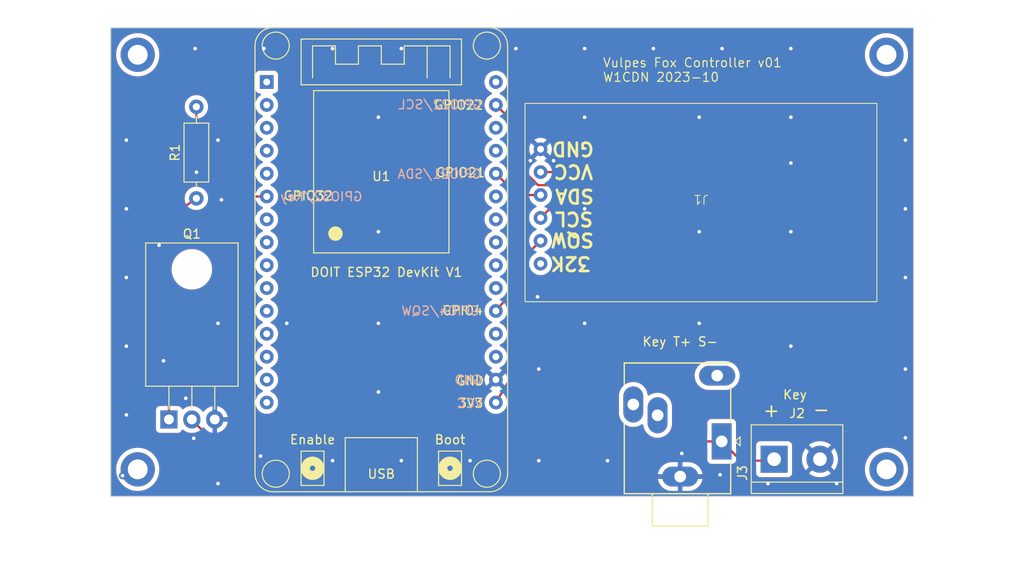
<source format=kicad_pcb>
(kicad_pcb (version 20221018) (generator pcbnew)

  (general
    (thickness 1.6)
  )

  (paper "A4")
  (layers
    (0 "F.Cu" signal)
    (31 "B.Cu" signal)
    (32 "B.Adhes" user "B.Adhesive")
    (33 "F.Adhes" user "F.Adhesive")
    (34 "B.Paste" user)
    (35 "F.Paste" user)
    (36 "B.SilkS" user "B.Silkscreen")
    (37 "F.SilkS" user "F.Silkscreen")
    (38 "B.Mask" user)
    (39 "F.Mask" user)
    (40 "Dwgs.User" user "User.Drawings")
    (41 "Cmts.User" user "User.Comments")
    (42 "Eco1.User" user "User.Eco1")
    (43 "Eco2.User" user "User.Eco2")
    (44 "Edge.Cuts" user)
    (45 "Margin" user)
    (46 "B.CrtYd" user "B.Courtyard")
    (47 "F.CrtYd" user "F.Courtyard")
    (48 "B.Fab" user)
    (49 "F.Fab" user)
    (50 "User.1" user)
    (51 "User.2" user)
    (52 "User.3" user)
    (53 "User.4" user)
    (54 "User.5" user)
    (55 "User.6" user)
    (56 "User.7" user)
    (57 "User.8" user)
    (58 "User.9" user)
  )

  (setup
    (pad_to_mask_clearance 0)
    (pcbplotparams
      (layerselection 0x00010fc_ffffffff)
      (plot_on_all_layers_selection 0x0000000_00000000)
      (disableapertmacros false)
      (usegerberextensions false)
      (usegerberattributes true)
      (usegerberadvancedattributes true)
      (creategerberjobfile true)
      (dashed_line_dash_ratio 12.000000)
      (dashed_line_gap_ratio 3.000000)
      (svgprecision 4)
      (plotframeref false)
      (viasonmask false)
      (mode 1)
      (useauxorigin false)
      (hpglpennumber 1)
      (hpglpenspeed 20)
      (hpglpendiameter 15.000000)
      (dxfpolygonmode true)
      (dxfimperialunits true)
      (dxfusepcbnewfont true)
      (psnegative false)
      (psa4output false)
      (plotreference true)
      (plotvalue true)
      (plotinvisibletext false)
      (sketchpadsonfab false)
      (subtractmaskfromsilk false)
      (outputformat 1)
      (mirror false)
      (drillshape 1)
      (scaleselection 1)
      (outputdirectory "")
    )
  )

  (net 0 "")
  (net 1 "GND")
  (net 2 "/VCC")
  (net 3 "/SDA")
  (net 4 "/SCL")
  (net 5 "/SQW")
  (net 6 "/32K")
  (net 7 "Net-(J2-Pin_1)")
  (net 8 "unconnected-(J3-PadR)")
  (net 9 "Net-(Q1-B)")
  (net 10 "Net-(U1-IO32)")
  (net 11 "unconnected-(U1-EN-Pad1)")
  (net 12 "unconnected-(U1-SENSOR_VP-Pad2)")
  (net 13 "unconnected-(U1-SENSOR_VN-Pad3)")
  (net 14 "unconnected-(U1-IO34-Pad4)")
  (net 15 "unconnected-(U1-IO35-Pad5)")
  (net 16 "unconnected-(U1-IO25-Pad8)")
  (net 17 "unconnected-(U1-IO26-Pad9)")
  (net 18 "unconnected-(U1-IO27-Pad10)")
  (net 19 "unconnected-(U1-IO14-Pad11)")
  (net 20 "unconnected-(U1-IO12-Pad12)")
  (net 21 "unconnected-(U1-IO13-Pad13)")
  (net 22 "unconnected-(U1-GND-Pad14)")
  (net 23 "unconnected-(U1-IO2-Pad19)")
  (net 24 "unconnected-(U1-IO16-Pad21)")
  (net 25 "unconnected-(U1-IO17-Pad22)")
  (net 26 "unconnected-(U1-IO5-Pad23)")
  (net 27 "unconnected-(U1-IO18-Pad24)")
  (net 28 "unconnected-(U1-IO19-Pad25)")
  (net 29 "unconnected-(U1-RXD0{slash}IO3-Pad27)")
  (net 30 "unconnected-(U1-TXD0{slash}IO1-Pad28)")
  (net 31 "unconnected-(U1-IO23-Pad30)")
  (net 32 "unconnected-(U1-IO15-Pad18)")
  (net 33 "unconnected-(U1-IO33-Pad7)")
  (net 34 "unconnected-(U1-VIN-Pad15)")

  (footprint "MountingHole:MountingHole_2.2mm_M2_ISO14580_Pad" (layer "F.Cu") (at 166 93))

  (footprint "MountingHole:MountingHole_2.2mm_M2_ISO14580_Pad" (layer "F.Cu") (at 166 47))

  (footprint "MountingHole:MountingHole_2.2mm_M2_ISO14580_Pad" (layer "F.Cu") (at 83 47))

  (footprint "Connector_Audio:Jack_3.5mm_Ledino_KB3SPRS_Horizontal" (layer "F.Cu") (at 147.731503 89.898812 90))

  (footprint "Package_TO_SOT_THT:TO-220-3_Horizontal_TabDown" (layer "F.Cu") (at 86.46 87.463845))

  (footprint "Resistor_THT:R_Axial_DIN0207_L6.3mm_D2.5mm_P10.16mm_Horizontal" (layer "F.Cu") (at 89.5 62.933845 90))

  (footprint "esp32_devkit_v1_doit:esp32_devkit_v1_doit" (layer "F.Cu") (at 110 50.023845))

  (footprint "MountingHole:MountingHole_2.2mm_M2_ISO14580_Pad" (layer "F.Cu") (at 83 93))

  (footprint "TerminalBlock:TerminalBlock_bornier-2_P5.08mm" (layer "F.Cu") (at 153.544875 91.873488))

  (footprint "MBK_Library:DS3231_breakout" (layer "F.Cu") (at 145.435384 62.55868 180))

  (gr_line (start 166 41) (end 166 103)
    (stroke (width 0.15) (type default)) (layer "Dwgs.User") (tstamp 14c660d7-f4b5-4e81-91f1-f2060586998f))
  (gr_line (start 83 41) (end 83 105)
    (stroke (width 0.15) (type default)) (layer "Dwgs.User") (tstamp 33f9a054-ac18-4004-8aa0-c21533562635))
  (gr_line (start 174 93) (end 72 93)
    (stroke (width 0.15) (type default)) (layer "Dwgs.User") (tstamp bc118a05-193f-45dd-8bbf-97c629aa7243))
  (gr_line (start 174 47) (end 74 47)
    (stroke (width 0.15) (type default)) (layer "Dwgs.User") (tstamp d6b3a526-8d3e-45e7-940b-d4532bf138ff))
  (gr_rect (start 80 44) (end 169 96)
    (stroke (width 0.1) (type default)) (fill none) (layer "Edge.Cuts") (tstamp a298f9e4-9785-4e64-be68-095ff80fbe3d))
  (gr_text "GPIO4/SQW" (at 121 76) (layer "B.SilkS") (tstamp 0e4f80f4-eadd-4e26-b58b-0f002cec646e)
    (effects (font (size 1 1) (thickness 0.15)) (justify left bottom mirror))
  )
  (gr_text "GPIO21/SDA" (at 121.192411 60.822432) (layer "B.SilkS") (tstamp 1feb9346-066e-4d3e-ad2c-0d7035885874)
    (effects (font (size 1 1) (thickness 0.15)) (justify left bottom mirror))
  )
  (gr_text "GPIO32/Key" (at 108 63.331574) (layer "B.SilkS") (tstamp 257f2489-589e-40b3-9565-d1a7b4dac589)
    (effects (font (size 1 1) (thickness 0.15)) (justify left bottom mirror))
  )
  (gr_text "GND" (at 121.271559 83.665826) (layer "B.SilkS") (tstamp 32e2272a-8644-4a20-96f4-a31586d9470d)
    (effects (font (size 1 1) (thickness 0.15)) (justify left bottom mirror))
  )
  (gr_text "VCC" (at 121.313302 86.278096) (layer "B.SilkS") (tstamp 6ba02274-4d78-420c-8160-77cb051b94dd)
    (effects (font (size 1 1) (thickness 0.15)) (justify left bottom mirror))
  )
  (gr_text "GPIO22/SCL" (at 121.228478 53.121367) (layer "B.SilkS") (tstamp af36eec2-8fbb-4d2f-8cd1-251e98b47d0c)
    (effects (font (size 1 1) (thickness 0.15)) (justify left bottom mirror))
  )
  (gr_text "GPIO21" (at 115.962778 60.666099) (layer "F.SilkS") (tstamp 084cf2f4-3ced-4753-be14-200821b41b7a)
    (effects (font (size 1 1) (thickness 0.15)) (justify left bottom))
  )
  (gr_text "GND" (at 118.233301 83.766212) (layer "F.SilkS") (tstamp 3fde1611-f482-46e6-9391-5d7806372b98)
    (effects (font (size 1 1) (thickness 0.15)) (justify left bottom))
  )
  (gr_text "Vulpes Fox Controller v01\nW1CDN 2023-10" (at 134.496687 50.076298) (layer "F.SilkS") (tstamp 41bb61ca-8bb4-4294-b771-754ec16ff9e6)
    (effects (font (size 1 1) (thickness 0.125)) (justify left bottom))
  )
  (gr_text "GPIO22" (at 115.765341 53.163498) (layer "F.SilkS") (tstamp 43d25d6d-ee26-4212-91af-3dd7115e59c4)
    (effects (font (size 1 1) (thickness 0.15)) (justify left bottom))
  )
  (gr_text "DOIT ESP32 DevKit V1" (at 102.06 71.713845) (layer "F.SilkS") (tstamp 49cf2241-7e28-4125-8ede-d12f82bfbef2)
    (effects (font (size 1 1) (thickness 0.15)) (justify left bottom))
  )
  (gr_text "GPIO32" (at 99.081926 63.232778) (layer "F.SilkS") (tstamp 938571e8-2d40-4147-a995-8cc8a358ad1c)
    (effects (font (size 1 1) (thickness 0.15)) (justify left bottom))
  )
  (gr_text "3V3" (at 118.430738 86.234172) (layer "F.SilkS") (tstamp a035fc5e-4957-4621-b5b9-fb5b5957ccb4)
    (effects (font (size 1 1) (thickness 0.15)) (justify left bottom))
  )
  (gr_text "+" (at 152.192442 87.320075) (layer "F.SilkS") (tstamp a0edab70-25c3-4b4a-b8c8-b767adf07573)
    (effects (font (size 1.5 1.5) (thickness 0.1875)) (justify left bottom))
  )
  (gr_text "GPIO4" (at 116.653807 75.967455) (layer "F.SilkS") (tstamp b60710a6-f7c0-4b53-a12f-7344585c5706)
    (effects (font (size 1 1) (thickness 0.15)) (justify left bottom))
  )
  (gr_text "-" (at 157.720674 87.221357) (layer "F.SilkS") (tstamp df73f384-149d-4e16-81c4-63f5fb102b20)
    (effects (font (size 1.5 1.5) (thickness 0.1875)) (justify left bottom))
  )
  (gr_text "Key T+ S-" (at 138.865454 79.422601) (layer "F.SilkS") (tstamp e75a0b8e-65d2-4365-9566-54dd186aec7c)
    (effects (font (size 1 1) (thickness 0.15)) (justify left bottom))
  )
  (gr_text "Key" (at 154.448118 85.304826) (layer "F.SilkS") (tstamp ef8e2183-8d67-44ff-9f22-eee308e70df4)
    (effects (font (size 1 1) (thickness 0.15)) (justify left bottom))
  )

  (via (at 155.4 53.933845) (size 0.8) (drill 0.4) (layers "F.Cu" "B.Cu") (free) (net 1) (tstamp 08831c7e-ed84-436e-896f-8e69eb273ba4))
  (via (at 91.9 94.573845) (size 0.8) (drill 0.4) (layers "F.Cu" "B.Cu") (free) (net 1) (tstamp 0bdab844-2c28-43f4-a7f4-1e015cfbd943))
  (via (at 124.92 46.313845) (size 0.8) (drill 0.4) (layers "F.Cu" "B.Cu") (free) (net 1) (tstamp 103d7af5-d728-4d7e-a693-f34ad7148d10))
  (via (at 81.74 64.093845) (size 0.8) (drill 0.4) (layers "F.Cu" "B.Cu") (free) (net 1) (tstamp 1ab0c749-d7d6-45c8-8a00-3a47a72b1d50))
  (via (at 143.310991 91.230731) (size 0.8) (drill 0.4) (layers "F.Cu" "B.Cu") (free) (net 1) (tstamp 2a7ea5db-c44a-4681-93e0-1f199fe87744))
  (via (at 126.528858 58.752367) (size 0.8) (drill 0.4) (layers "F.Cu" "B.Cu") (free) (net 1) (tstamp 30889147-060d-405b-9f5d-0481e8c0251f))
  (via (at 168.1 56.473845) (size 0.8) (drill 0.4) (layers "F.Cu" "B.Cu") (free) (net 1) (tstamp 38daf653-1d76-4456-b359-257e9770eddf))
  (via (at 112.22 92.033845) (size 0.8) (drill 0.4) (layers "F.Cu" "B.Cu") (free) (net 1) (tstamp 3d2e15eb-6cf3-4a3f-a5fd-9fdcfb0c14d4))
  (via (at 135.08 92.033845) (size 0.8) (drill 0.4) (layers "F.Cu" "B.Cu") (free) (net 1) (tstamp 3d3f3dc9-4bd8-4d12-bbe0-9d2ca409928a))
  (via (at 85.856864 80.964014) (size 0.8) (drill 0.4) (layers "F.Cu" "B.Cu") (free) (net 1) (tstamp 3ef4223b-f971-4cb7-81ff-6ad161cecb07))
  (via (at 145.24 66.633845) (size 0.8) (drill 0.4) (layers "F.Cu" "B.Cu") (free) (net 1) (tstamp 3f13a870-6d39-47b3-a5a0-122f1aa2a6df))
  (via (at 109.68 53.933845) (size 0.8) (drill 0.4) (layers "F.Cu" "B.Cu") (free) (net 1) (tstamp 44aa70a1-f4a1-40ce-b47e-e2d2a39ed1af))
  (via (at 119.84 92.033845) (size 0.8) (drill 0.4) (layers "F.Cu" "B.Cu") (free) (net 1) (tstamp 46bbb7ac-79a0-427f-a3f3-6da35b01e21f))
  (via (at 160.48 94.573845) (size 0.8) (drill 0.4) (layers "F.Cu" "B.Cu") (free) (net 1) (tstamp 49385be3-1f18-41fa-9987-95cd1139f9d0))
  (via (at 145.24 76.793845) (size 0.8) (drill 0.4) (layers "F.Cu" "B.Cu") (free) (net 1) (tstamp 4b6c8722-95bf-4e0e-8972-b73eb4dc87eb))
  (via (at 109.68 76.793845) (size 0.8) (drill 0.4) (layers "F.Cu" "B.Cu") (free) (net 1) (tstamp 4bc11cd1-bab7-4ce3-97bc-cc9c73ee5a7e))
  (via (at 89.36 46.313845) (size 0.8) (drill 0.4) (layers "F.Cu" "B.Cu") (free) (net 1) (tstamp 4c7324c6-da0b-4569-ab8c-3b075143663d))
  (via (at 127.46 81.873845) (size 0.8) (drill 0.4) (layers "F.Cu" "B.Cu") (free) (net 1) (tstamp 4c884fa4-0212-435e-9863-38488a565d69))
  (via (at 81.74 56.473845) (size 0.8) (drill 0.4) (layers "F.Cu" "B.Cu") (free) (net 1) (tstamp 4ffbdeca-14e5-4fa5-b7a1-e62fc51fc79a))
  (via (at 109.68 66.633845) (size 0.8) (drill 0.4) (layers "F.Cu" "B.Cu") (free) (net 1) (tstamp 5a1c1c6a-cd60-455c-b1bd-109028378639))
  (via (at 89.509446 60.035706) (size 0.8) (drill 0.4) (layers "F.Cu" "B.Cu") (free) (net 1) (tstamp 5ca63586-8cd3-4450-b4fb-7ff54c6a166e))
  (via (at 109.68 84.413845) (size 0.8) (drill 0.4) (layers "F.Cu" "B.Cu") (free) (net 1) (tstamp 5dd76bbe-4e09-4159-846f-a578c1e429d7))
  (via (at 145.24 53.933845) (size 0.8) (drill 0.4) (layers "F.Cu" "B.Cu") (free) (net 1) (tstamp 5dfa3520-1a9b-4d8d-9a5d-9725cdd4c67e))
  (via (at 81.74 86.953845) (size 0.8) (drill 0.4) (layers "F.Cu" "B.Cu") (free) (net 1) (tstamp 6bd61301-3a6c-4257-91ae-46b61f9dc7df))
  (via (at 88.324825 85.110188) (size 0.8) (drill 0.4) (layers "F.Cu" "B.Cu") (free) (net 1) (tstamp 6dd1dca9-c968-4ead-bf95-4f9a9b33f25d))
  (via (at 129.095537 58.752367) (size 0.8) (drill 0.4) (layers "F.Cu" "B.Cu") (free) (net 1) (tstamp 79a19426-108f-497a-92fa-41e776c48cf6))
  (via (at 152.86 94.573845) (size 0.8) (drill 0.4) (layers "F.Cu" "B.Cu") (free) (net 1) (tstamp 7b5849df-3105-43d1-9614-94cfceafa98c))
  (via (at 81.74 79.333845) (size 0.8) (drill 0.4) (layers "F.Cu" "B.Cu") (free) (net 1) (tstamp 7d8f7c8d-91b8-4e7b-991a-2deda2d39edb))
  (via (at 132.54 46.313845) (size 0.8) (drill 0.4) (layers "F.Cu" "B.Cu") (free) (net 1) (tstamp 7da2df10-9c4e-4c70-89dc-8b7df48b3306))
  (via (at 99.52 76.793845) (size 0.8) (drill 0.4) (layers "F.Cu" "B.Cu") (free) (net 1) (tstamp 839dc9c7-605c-4d6f-8702-5fd873c4a172))
  (via (at 155.4 79.333845) (size 0.8) (drill 0.4) (layers "F.Cu" "B.Cu") (free) (net 1) (tstamp 886e2a6a-89d9-4da8-a273-74b17306be49))
  (via (at 127.318605 73.856287) (size 0.8) (drill 0.4) (layers "F.Cu" "B.Cu") (free) (net 1) (tstamp 8e3428b1-ade0-415c-b396-2b3e01fe2cbc))
  (via (at 168.1 89.493845) (size 0.8) (drill 0.4) (layers "F.Cu" "B.Cu") (free) (net 1) (tstamp 91fd978e-f725-421a-855e-7e96baab9aa7))
  (via (at 132.54 53.933845) (size 0.8) (drill 0.4) (layers "F.Cu" "B.Cu") (free) (net 1) (tstamp 9745fb60-e62a-40e0-8c8b-e44dae1f88c3))
  (via (at 81.74 71.713845) (size 0.8) (drill 0.4) (layers "F.Cu" "B.Cu") (free) (net 1) (tstamp 993cb14d-368a-4ccc-ac44-fa62a676ac1d))
  (via (at 147.555883 93.599973) (size 0.8) (drill 0.4) (layers "F.Cu" "B.Cu") (free) (net 1) (tstamp 9ad2ff37-c749-44f0-acd9-4055efc5b84d))
  (via (at 92.273562 63.095978) (size 0.8) (drill 0.4) (layers "F.Cu" "B.Cu") (free) (net 1) (tstamp 9c937700-8d64-40cf-a20b-5f75f7e47822))
  (via (at 140.16 46.313845) (size 0.8) (drill 0.4) (layers "F.Cu" "B.Cu") (free) (net 1) (tstamp ad9861b4-b34d-48d0-91d1-a85cb2ea5ffa))
  (via (at 127.46 92.033845) (size 0.8) (drill 0.4) (layers "F.Cu" "B.Cu") (free) (net 1) (tstamp c1cab77f-4ae4-45c8-b974-8bc7016f6bed))
  (via (at 155.4 66.633845) (size 0.8) (drill 0.4) (layers "F.Cu" "B.Cu") (free) (net 1) (tstamp c35cfdb3-392b-4d91-84e4-65c05a773d79))
  (via (at 91.9 56.473845) (size 0.8) (drill 0.4) (layers "F.Cu" "B.Cu") (free) (net 1) (tstamp c44b98a2-36f4-41e3-8025-dca23b7eaafa))
  (via (at 81.315816 93.698692) (size 0.8) (drill 0.4) (layers "F.Cu" "B.Cu") (free) (net 1) (tstamp ce819875-098c-4ebc-a0ad-658ee988c4a6))
  (via (at 91.9 76.793845) (size 0.8) (drill 0.4) (layers "F.Cu" "B.Cu") (free) (net 1) (tstamp d3848aad-bae9-49c8-9ad1-d836865dca9d))
  (via (at 89.21329 89.552517) (size 0.8) (drill 0.4) (layers "F.Cu" "B.Cu") (free) (net 1) (tstamp d39eceaf-585f-4609-a371-a4e8c9d4bd2a))
  (via (at 168.1 71.713845) (size 0.8) (drill 0.4) (layers "F.Cu" "B.Cu") (free) (net 1) (tstamp d7eb3f90-3477-4939-a086-f25ee2280eae))
  (via (at 104.6 46.313845) (size 0.8) (drill 0.4) (layers "F.Cu" "B.Cu") (free) (net 1) (tstamp d96d5070-64ff-48b5-a182-378b17f83bbd))
  (via (at 85.363272 68.130618) (size 0.8) (drill 0.4) (layers "F.Cu" "B.Cu") (free) (net 1) (tstamp dba8208b-357c-44ff-a2cc-431c9245de40))
  (via (at 96.617173 91.526886) (size 0.8) (drill 0.4) (layers "F.Cu" "B.Cu") (free) (net 1) (tstamp dc2f01ef-d155-4778-b998-b8cfdfac3ce9))
  (via (at 168.1 64.093845) (size 0.8) (drill 0.4) (layers "F.Cu" "B.Cu") (free) (net 1) (tstamp e3a95104-c967-4d37-955f-0ba946395d40))
  (via (at 155.4 46.313845) (size 0.8) (drill 0.4) (layers "F.Cu" "B.Cu") (free) (net 1) (tstamp e6a71487-61dd-4646-a48e-4b2bbc838adc))
  (via (at 132.54 76.793845) (size 0.8) (drill 0.4) (layers "F.Cu" "B.Cu") (free) (net 1) (tstamp e723c9e0-f9a0-4c8b-9f14-30b768378ed6))
  (via (at 104.6 92.033845) (size 0.8) (drill 0.4) (layers "F.Cu" "B.Cu") (free) (net 1) (tstamp e970f25b-8f4a-4ff9-bd09-896a9d429202))
  (via (at 96.98 46.313845) (size 0.8) (drill 0.4) (layers "F.Cu" "B.Cu") (free) (net 1) (tstamp ed1b6ae6-7316-4423-9939-d528ad14616d))
  (via (at 168.1 81.873845) (size 0.8) (drill 0.4) (layers "F.Cu" "B.Cu") (free) (net 1) (tstamp f4868f45-b6ab-4519-8308-a7f46c761629))
  (via (at 132.54 64.093845) (size 0.8) (drill 0.4) (layers "F.Cu" "B.Cu") (free) (net 1) (tstamp f4e3f4b7-02e7-4d33-94ed-a2666dca7f59))
  (via (at 147.78 46.313845) (size 0.8) (drill 0.4) (layers "F.Cu" "B.Cu") (free) (net 1) (tstamp f8904415-25f6-4cfb-bbe9-93d3394b9e61))
  (via (at 112.22 46.313845) (size 0.8) (drill 0.4) (layers "F.Cu" "B.Cu") (free) (net 1) (tstamp fcf56db3-7684-4077-b058-d9ae6ddd90cd))
  (via (at 155.4 59.013845) (size 0.8) (drill 0.4) (layers "F.Cu" "B.Cu") (free) (net 1) (tstamp fdffb5ad-19aa-4139-a88b-bd9c77c5e8b1))
  (segment (start 124.92 81.873845) (end 122.7 85.583845) (width 0.25) (layer "F.Cu") (net 2) (tstamp 0c1fb345-cfef-4fdf-85f8-1ffc56782321))
  (segment (start 124.92 74.253845) (end 127.46 71.713845) (width 0.25) (layer "F.Cu") (net 2) (tstamp 4c3c0658-84ed-4e37-b2f9-6c1379d1b7bc))
  (segment (start 124.92 81.873845) (end 124.92 74.253845) (width 0.25) (layer "F.Cu") (net 2) (tstamp 51a6d536-7bd7-4e6d-87a3-7b067fa06050))
  (segment (start 127.655384 60.01868) (end 131.004835 60.01868) (width 0.25) (layer "F.Cu") (net 2) (tstamp b01adb7e-0042-446c-ba51-5c58ce7968e6))
  (segment (start 130 71.713845) (end 131.004835 70.70901) (width 0.25) (layer "F.Cu") (net 2) (tstamp b0239ff1-c100-4b70-8118-a2cc591d6918))
  (segment (start 127.46 71.713845) (end 130 71.713845) (width 0.25) (layer "F.Cu") (net 2) (tstamp c22ffdc4-7733-43c1-ba33-d44765d61d0b))
  (segment (start 131.004835 70.70901) (end 131.004835 60.01868) (width 0.25) (layer "F.Cu") (net 2) (tstamp c390c657-0c19-4328-9515-41b7cebc8f5c))
  (segment (start 125.074835 62.55868) (end 122.7 60.183845) (width 0.25) (layer "F.Cu") (net 3) (tstamp 28a72257-21ca-4670-b467-571ba91cc4ab))
  (segment (start 127.655384 62.55868) (end 125.074835 62.55868) (width 0.25) (layer "F.Cu") (net 3) (tstamp 5474f9b3-a719-4590-a270-de59ac0cff05))
  (segment (start 127.655384 65.09868) (end 130 62.754064) (width 0.25) (layer "F.Cu") (net 4) (tstamp 058d0134-b6e4-4a6a-aac3-42af8a874c92))
  (segment (start 127.377835 61.47168) (end 124.92 59.013845) (width 0.25) (layer "F.Cu") (net 4) (tstamp 09bd2771-38d3-4dd9-8736-bce0daa80b37))
  (segment (start 122.7 53.251096) (end 122.7 52.563845) (width 0.25) (layer "F.Cu") (net 4) (tstamp 38b230f3-f748-4b5d-9546-57a0356a4393))
  (segment (start 130 62.754064) (end 130 61.553845) (width 0.25) (layer "F.Cu") (net 4) (tstamp 48a46d21-13b5-44fa-bce6-2aa89636b0c1))
  (segment (start 123.35 52.563845) (end 122.7 52.563845) (width 0.25) (layer "F.Cu") (net 4) (tstamp 4c526ddf-ba29-4945-b051-168b16fc0a95))
  (segment (start 124.92 59.013845) (end 124.92 54.783845) (width 0.25) (layer "F.Cu") (net 4) (tstamp 60140243-c0f7-45c8-b417-cdbae04aa117))
  (segment (start 124.92 54.783845) (end 122.7 52.563845) (width 0.25) (layer "F.Cu") (net 4) (tstamp 76075523-926d-484a-a5d0-1c5af701e91c))
  (segment (start 130 61.553845) (end 129.917835 61.47168) (width 0.25) (layer "F.Cu") (net 4) (tstamp 9d611b67-8800-4064-8be8-d1ab477246f8))
  (segment (start 129.917835 61.47168) (end 127.377835 61.47168) (width 0.25) (layer "F.Cu") (net 4) (tstamp f0876ee7-c4e1-4c5b-ba21-a890c79219ac))
  (segment (start 127.655384 67.63868) (end 125 70.294064) (width 0.25) (layer "F.Cu") (net 5) (tstamp 102049d3-9f3d-488c-ae03-bcda401a956b))
  (segment (start 125 72.733845) (end 122.7 75.423845) (width 0.25) (layer "F.Cu") (net 5) (tstamp 9516576e-3395-4f50-908b-683bb2e3d49e))
  (segment (start 125 70.294064) (end 125 72.733845) (width 0.25) (layer "F.Cu") (net 5) (tstamp e879004b-6f77-4fc1-beda-48a7ee466c94))
  (segment (start 147.731503 89.898812) (end 142.295033 89.898812) (width 0.25) (layer "F.Cu") (net 7) (tstamp 5c12157b-0102-4463-9fa4-0d228d5e0cdd))
  (segment (start 96.0625 94.573845) (end 89 87.511345) (width 0.25) (layer "F.Cu") (net 7) (tstamp 6659bd78-e0cd-4c62-9fc8-cbbbdc01e9a4))
  (segment (start 142.295033 89.898812) (end 137.62 94.573845) (width 0.25) (layer "F.Cu") (net 7) (tstamp 67637c87-1f47-4b56-ae27-a54bc5a08a73))
  (segment (start 137.62 94.573845) (end 96.0625 94.573845) (width 0.25) (layer "F.Cu") (net 7) (tstamp 96ef5ab6-b952-4fa3-b132-462a614d0486))
  (segment (start 152.86 92.033845) (end 149.866536 92.033845) (width 0.25) (layer "F.Cu") (net 7) (tstamp b9a04b07-b435-4ac7-af92-1fadd8e962a3))
  (segment (start 149.866536 92.033845) (end 147.731503 89.898812) (width 0.25) (layer "F.Cu") (net 7) (tstamp c0576f29-801c-44f2-9ce6-320019a4805a))
  (segment (start 89 87.511345) (end 89 87.463845) (width 0.25) (layer "F.Cu") (net 7) (tstamp ff069ecb-86fe-4b7a-a908-b0794e5f6266))
  (segment (start 84.28 81.873845) (end 86.46 84.053845) (width 0.25) (layer "F.Cu") (net 9) (tstamp 06698ad3-3d2f-49c9-8aeb-8f543b4add13))
  (segment (start 84.28 66.633845) (end 89.5 62.933845) (width 0.25) (layer "F.Cu") (net 9) (tstamp 60d856de-c87a-41ba-be22-080201e28548))
  (segment (start 84.28 81.873845) (end 84.28 66.633845) (width 0.25) (layer "F.Cu") (net 9) (tstamp 7c3616bc-700b-40b5-895c-c18e7492c76d))
  (segment (start 86.46 84.053845) (end 86.46 87.463845) (width 0.25) (layer "F.Cu") (net 9) (tstamp 8ffafe83-0f90-400b-8a5c-726483152b06))
  (segment (start 95 62.733845) (end 97.3 62.723845) (width 0.25) (layer "F.Cu") (net 10) (tstamp 102992c5-d376-4324-9673-a42a64e61bbe))
  (segment (start 89.5 57.233845) (end 89.5 52.773845) (width 0.25) (layer "F.Cu") (net 10) (tstamp 1a6731e6-6998-45fe-8722-c3f779bb0b49))
  (segment (start 95 62.733845) (end 89.5 57.233845) (width 0.25) (layer "F.Cu") (net 10) (tstamp 88d015c2-f217-4e18-84f8-6ce8f6ff1f08))

  (zone (net 1) (net_name "GND") (layers "F&B.Cu") (tstamp 1d0d41e5-42ca-4b7e-82f3-00ff29c868a9) (hatch edge 0.5)
    (connect_pads (clearance 0.5))
    (min_thickness 0.25) (filled_areas_thickness no)
    (fill yes (thermal_gap 0.5) (thermal_bridge_width 0.5))
    (polygon
      (pts
        (xy 76.24 41.673845)
        (xy 173.06 41.673845)
        (xy 173.06 101.573845)
        (xy 76.24 101.573845)
      )
    )
    (filled_polygon
      (layer "F.Cu")
      (pts
        (xy 124.263675 74.775504)
        (xy 124.293119 74.838867)
        (xy 124.2945 74.857323)
        (xy 124.2945 81.666725)
        (xy 124.276905 81.730396)
        (xy 123.934637 82.302381)
        (xy 123.883322 82.3498)
        (xy 123.814517 82.361949)
        (xy 123.781898 82.348294)
        (xy 123.75174 82.345656)
        (xy 123.084903 83.012493)
        (xy 123.084949 83.011947)
        (xy 123.053734 82.888683)
        (xy 122.984187 82.782233)
        (xy 122.883843 82.704132)
        (xy 122.763578 82.662845)
        (xy 122.727447 82.662845)
        (xy 123.398187 81.992103)
        (xy 123.333409 81.946745)
        (xy 123.333407 81.946744)
        (xy 123.204219 81.886503)
        (xy 123.151779 81.840331)
        (xy 123.132627 81.773138)
        (xy 123.152843 81.706256)
        (xy 123.204219 81.661739)
        (xy 123.218332 81.655158)
        (xy 123.333662 81.601379)
        (xy 123.51462 81.474671)
        (xy 123.670826 81.318465)
        (xy 123.797534 81.137507)
        (xy 123.890894 80.937295)
        (xy 123.94807 80.723913)
        (xy 123.967323 80.503845)
        (xy 123.94807 80.283777)
        (xy 123.890894 80.070395)
        (xy 123.797534 79.870184)
        (xy 123.670826 79.689225)
        (xy 123.51462 79.533019)
        (xy 123.514616 79.533016)
        (xy 123.514615 79.533015)
        (xy 123.333666 79.406313)
        (xy 123.333658 79.406309)
        (xy 123.204811 79.346227)
        (xy 123.152371 79.300055)
        (xy 123.133219 79.232862)
        (xy 123.153435 79.16598)
        (xy 123.204811 79.121463)
        (xy 123.210802 79.118669)
        (xy 123.333662 79.061379)
        (xy 123.51462 78.934671)
        (xy 123.670826 78.778465)
        (xy 123.797534 78.597507)
        (xy 123.890894 78.397295)
        (xy 123.94807 78.183913)
        (xy 123.967323 77.963845)
        (xy 123.94807 77.743777)
        (xy 123.890894 77.530395)
        (xy 123.797534 77.330184)
        (xy 123.670826 77.149225)
        (xy 123.51462 76.993019)
        (xy 123.514616 76.993016)
        (xy 123.514615 76.993015)
        (xy 123.333666 76.866313)
        (xy 123.333658 76.866309)
        (xy 123.204811 76.806227)
        (xy 123.152371 76.760055)
        (xy 123.133219 76.692862)
        (xy 123.153435 76.62598)
        (xy 123.204811 76.581463)
        (xy 123.210802 76.578669)
        (xy 123.333662 76.521379)
        (xy 123.51462 76.394671)
        (xy 123.670826 76.238465)
        (xy 123.797534 76.057507)
        (xy 123.890894 75.857295)
        (xy 123.94807 75.643913)
        (xy 123.967323 75.423845)
        (xy 123.94807 75.203777)
        (xy 123.908429 75.055837)
        (xy 123.910092 74.98599)
        (xy 123.933958 74.943163)
        (xy 124.076254 74.77674)
        (xy 124.134781 74.738579)
        (xy 124.20465 74.738118)
      )
    )
    (filled_polygon
      (layer "F.Cu")
      (pts
        (xy 168.982539 44.020185)
        (xy 169.028294 44.072989)
        (xy 169.0395 44.1245)
        (xy 169.0395 95.8755)
        (xy 169.019815 95.942539)
        (xy 168.967011 95.988294)
        (xy 168.9155 95.9995)
        (xy 80.1245 95.9995)
        (xy 80.057461 95.979815)
        (xy 80.011706 95.927011)
        (xy 80.0005 95.8755)
        (xy 80.0005 93.000005)
        (xy 80.594754 93.000005)
        (xy 80.613718 93.301446)
        (xy 80.613719 93.301453)
        (xy 80.617489 93.321217)
        (xy 80.660905 93.548812)
        (xy 80.67032 93.598164)
        (xy 80.763659 93.885431)
        (xy 80.763661 93.885436)
        (xy 80.892265 94.158732)
        (xy 80.892268 94.158738)
        (xy 81.054111 94.413763)
        (xy 81.246652 94.646505)
        (xy 81.466836 94.853272)
        (xy 81.466846 94.85328)
        (xy 81.711193 95.030808)
        (xy 81.711198 95.03081)
        (xy 81.711205 95.030816)
        (xy 81.975896 95.176332)
        (xy 81.975901 95.176334)
        (xy 81.975903 95.176335)
        (xy 81.975904 95.176336)
        (xy 82.256734 95.287524)
        (xy 82.256737 95.287525)
        (xy 82.354259 95.312564)
        (xy 82.549302 95.362642)
        (xy 82.696039 95.381179)
        (xy 82.848963 95.400499)
        (xy 82.848969 95.400499)
        (xy 82.848973 95.4005)
        (xy 82.848975 95.4005)
        (xy 83.151025 95.4005)
        (xy 83.151027 95.4005)
        (xy 83.151032 95.400499)
        (xy 83.151036 95.400499)
        (xy 83.281651 95.383998)
        (xy 83.450698 95.362642)
        (xy 83.743262 95.287525)
        (xy 83.743265 95.287524)
        (xy 84.024095 95.176336)
        (xy 84.024096 95.176335)
        (xy 84.024094 95.176335)
        (xy 84.024104 95.176332)
        (xy 84.288795 95.030816)
        (xy 84.533162 94.853274)
        (xy 84.753349 94.646504)
        (xy 84.945885 94.413768)
        (xy 85.107733 94.158736)
        (xy 85.236341 93.88543)
        (xy 85.329681 93.59816)
        (xy 85.38628 93.301457)
        (xy 85.386281 93.301446)
        (xy 85.405246 93.000005)
        (xy 85.405246 92.999994)
        (xy 85.386281 92.698553)
        (xy 85.38628 92.698546)
        (xy 85.38628 92.698543)
        (xy 85.329681 92.40184)
        (xy 85.236341 92.11457)
        (xy 85.107733 91.841264)
        (xy 85.043861 91.740617)
        (xy 84.945888 91.586236)
        (xy 84.945885 91.586232)
        (xy 84.753349 91.353496)
        (xy 84.533162 91.146726)
        (xy 84.533159 91.146724)
        (xy 84.533153 91.146719)
        (xy 84.288806 90.969191)
        (xy 84.288799 90.969186)
        (xy 84.288795 90.969184)
        (xy 84.024104 90.823668)
        (xy 84.024101 90.823666)
        (xy 84.024096 90.823664)
        (xy 84.024095 90.823663)
        (xy 83.743265 90.712475)
        (xy 83.743262 90.712474)
        (xy 83.450695 90.637357)
        (xy 83.151036 90.5995)
        (xy 83.151027 90.5995)
        (xy 82.848973 90.5995)
        (xy 82.848963 90.5995)
        (xy 82.549304 90.637357)
        (xy 82.256737 90.712474)
        (xy 82.256734 90.712475)
        (xy 81.975904 90.823663)
        (xy 81.975903 90.823664)
        (xy 81.711205 90.969184)
        (xy 81.711193 90.969191)
        (xy 81.466846 91.146719)
        (xy 81.466836 91.146727)
        (xy 81.246652 91.353494)
        (xy 81.054111 91.586236)
        (xy 80.892268 91.841261)
        (xy 80.892265 91.841267)
        (xy 80.763661 92.114563)
        (xy 80.763659 92.114568)
        (xy 80.67032 92.401835)
        (xy 80.613719 92.698546)
        (xy 80.613718 92.698553)
        (xy 80.594754 92.999994)
        (xy 80.594754 93.000005)
        (xy 80.0005 93.000005)
        (xy 80.0005 66.666066)
        (xy 83.650353 66.666066)
        (xy 83.652567 66.678457)
        (xy 83.6545 66.700266)
        (xy 83.6545 81.7911)
        (xy 83.652775 81.806717)
        (xy 83.653061 81.806744)
        (xy 83.652326 81.81451)
        (xy 83.6545 81.883659)
        (xy 83.6545 81.913188)
        (xy 83.654501 81.913205)
        (xy 83.655368 81.920076)
        (xy 83.655826 81.925895)
        (xy 83.65729 81.972469)
        (xy 83.657291 81.972472)
        (xy 83.66288 81.991712)
        (xy 83.666824 82.010756)
        (xy 83.669336 82.030637)
        (xy 83.684689 82.069416)
        (xy 83.68649 82.073964)
        (xy 83.688382 82.079492)
        (xy 83.701381 82.124233)
        (xy 83.71158 82.141479)
        (xy 83.720136 82.158945)
        (xy 83.721053 82.161259)
        (xy 83.727514 82.177577)
        (xy 83.754898 82.215268)
        (xy 83.758106 82.220152)
        (xy 83.781827 82.260261)
        (xy 83.781833 82.260269)
        (xy 83.79599 82.274425)
        (xy 83.808628 82.289221)
        (xy 83.820405 82.305431)
        (xy 83.820406 82.305432)
        (xy 83.856309 82.335133)
        (xy 83.86062 82.339055)
        (xy 85.798182 84.276617)
        (xy 85.831666 84.337938)
        (xy 85.8345 84.364296)
        (xy 85.8345 85.839345)
        (xy 85.814815 85.906384)
        (xy 85.762011 85.952139)
        (xy 85.7105 85.963345)
        (xy 85.45963 85.963345)
        (xy 85.459623 85.963346)
        (xy 85.400016 85.969753)
        (xy 85.265171 86.020047)
        (xy 85.265164 86.020051)
        (xy 85.149955 86.106297)
        (xy 85.149952 86.1063)
        (xy 85.063706 86.221509)
        (xy 85.063702 86.221516)
        (xy 85.013408 86.356362)
        (xy 85.007001 86.415961)
        (xy 85.007 86.41598)
        (xy 85.007 88.511715)
        (xy 85.007001 88.511721)
        (xy 85.013408 88.571328)
        (xy 85.063702 88.706173)
        (xy 85.063706 88.70618)
        (xy 85.149952 88.821389)
        (xy 85.149955 88.821392)
        (xy 85.265164 88.907638)
        (xy 85.265171 88.907642)
        (xy 85.400017 88.957936)
        (xy 85.400016 88.957936)
        (xy 85.406944 88.95868)
        (xy 85.459627 88.964345)
        (xy 87.460372 88.964344)
        (xy 87.519983 88.957936)
        (xy 87.654831 88.907641)
        (xy 87.770046 88.821391)
        (xy 87.856296 88.706176)
        (xy 87.867725 88.675532)
        (xy 87.909594 88.6196)
        (xy 87.975058 88.595181)
        (xy 88.043331 88.610031)
        (xy 88.060069 88.621012)
        (xy 88.202552 88.731911)
        (xy 88.202558 88.731915)
        (xy 88.202561 88.731917)
        (xy 88.367891 88.821389)
        (xy 88.413478 88.84606)
        (xy 88.414336 88.846524)
        (xy 88.532598 88.887123)
        (xy 88.642083 88.92471)
        (xy 88.642085 88.92471)
        (xy 88.642087 88.924711)
        (xy 88.879601 88.964345)
        (xy 88.879602 88.964345)
        (xy 89.120398 88.964345)
        (xy 89.120399 88.964345)
        (xy 89.357913 88.924711)
        (xy 89.411897 88.906177)
        (xy 89.481694 88.903026)
        (xy 89.539841 88.935776)
        (xy 92.610359 92.006295)
        (xy 95.561697 94.957633)
        (xy 95.571522 94.969896)
        (xy 95.571743 94.969714)
        (xy 95.576714 94.975723)
        (xy 95.597543 94.995282)
        (xy 95.627135 95.023071)
        (xy 95.648029 95.043965)
        (xy 95.653511 95.048218)
        (xy 95.657943 95.052002)
        (xy 95.691918 95.083907)
        (xy 95.709476 95.093559)
        (xy 95.725735 95.10424)
        (xy 95.741564 95.116518)
        (xy 95.784338 95.135027)
        (xy 95.789556 95.137583)
        (xy 95.830408 95.160042)
        (xy 95.849816 95.165025)
        (xy 95.868217 95.171325)
        (xy 95.886604 95.179282)
        (xy 95.929988 95.186153)
        (xy 95.932619 95.18657)
        (xy 95.938339 95.187754)
        (xy 95.983481 95.199345)
        (xy 96.003516 95.199345)
        (xy 96.022914 95.200871)
        (xy 96.042694 95.204004)
        (xy 96.042695 95.204005)
        (xy 96.042695 95.204004)
        (xy 96.042696 95.204005)
        (xy 96.089083 95.19962)
        (xy 96.094922 95.199345)
        (xy 137.537257 95.199345)
        (xy 137.552877 95.201069)
        (xy 137.552904 95.200784)
        (xy 137.56066 95.201516)
        (xy 137.560667 95.201518)
        (xy 137.629814 95.199345)
        (xy 137.65935 95.199345)
        (xy 137.666228 95.198475)
        (xy 137.672041 95.198017)
        (xy 137.718627 95.196554)
        (xy 137.737869 95.190962)
        (xy 137.756912 95.187019)
        (xy 137.776792 95.184509)
        (xy 137.820122 95.167352)
        (xy 137.825646 95.165462)
        (xy 137.829396 95.164372)
        (xy 137.87039 95.152463)
        (xy 137.887629 95.142267)
        (xy 137.905103 95.133707)
        (xy 137.923727 95.126333)
        (xy 137.923727 95.126332)
        (xy 137.923732 95.126331)
        (xy 137.961449 95.098927)
        (xy 137.966305 95.095737)
        (xy 138.00642 95.072015)
        (xy 138.020589 95.057844)
        (xy 138.035379 95.045213)
        (xy 138.051587 95.033439)
        (xy 138.081299 94.997521)
        (xy 138.085212 94.993221)
        (xy 139.029621 94.048812)
        (xy 140.646231 94.048812)
        (xy 140.646314 94.049879)
        (xy 140.705106 94.294768)
        (xy 140.801483 94.527443)
        (xy 140.933071 94.742174)
        (xy 140.933074 94.742179)
        (xy 141.096633 94.933681)
        (xy 141.288135 95.09724)
        (xy 141.28814 95.097243)
        (xy 141.502871 95.228831)
        (xy 141.735546 95.325208)
        (xy 141.98043 95.383998)
        (xy 142.168631 95.398812)
        (xy 142.881503 95.398812)
        (xy 142.881503 94.403122)
        (xy 142.89032 94.40797)
        (xy 143.049389 94.448812)
        (xy 143.172397 94.448812)
        (xy 143.294436 94.433395)
        (xy 143.381503 94.398922)
        (xy 143.381503 95.398812)
        (xy 144.094375 95.398812)
        (xy 144.282575 95.383998)
        (xy 144.527459 95.325208)
        (xy 144.760134 95.228831)
        (xy 144.974865 95.097243)
        (xy 144.97487 95.09724)
        (xy 145.166372 94.933681)
        (xy 145.329931 94.742179)
        (xy 145.329934 94.742174)
        (xy 145.461522 94.527443)
        (xy 145.557899 94.294768)
        (xy 145.616691 94.049879)
        (xy 145.616775 94.048812)
        (xy 143.732231 94.048812)
        (xy 143.754603 94.001269)
        (xy 143.785376 93.83995)
        (xy 143.775064 93.676046)
        (xy 143.733723 93.548812)
        (xy 145.616774 93.548812)
        (xy 145.616774 93.548811)
        (xy 145.616691 93.547744)
        (xy 145.557899 93.302855)
        (xy 145.461522 93.07018)
        (xy 145.329934 92.855449)
        (xy 145.329931 92.855444)
        (xy 145.166372 92.663942)
        (xy 144.97487 92.500383)
        (xy 144.974865 92.50038)
        (xy 144.760134 92.368792)
        (xy 144.527459 92.272415)
        (xy 144.282575 92.213625)
        (xy 144.094375 92.198812)
        (xy 143.381503 92.198812)
        (xy 143.381503 93.194501)
        (xy 143.372686 93.189654)
        (xy 143.213617 93.148812)
        (xy 143.090609 93.148812)
        (xy 142.96857 93.164229)
        (xy 142.881503 93.198701)
        (xy 142.881503 92.198812)
        (xy 142.168631 92.198812)
        (xy 141.98043 92.213625)
        (xy 141.735546 92.272415)
        (xy 141.502871 92.368792)
        (xy 141.28814 92.50038)
        (xy 141.288135 92.500383)
        (xy 141.096633 92.663942)
        (xy 140.933074 92.855444)
        (xy 140.933071 92.855449)
        (xy 140.801483 93.07018)
        (xy 140.705106 93.302855)
        (xy 140.646314 93.547744)
        (xy 140.646231 93.548811)
        (xy 140.646232 93.548812)
        (xy 142.530775 93.548812)
        (xy 142.508403 93.596355)
        (xy 142.47763 93.757674)
        (xy 142.487942 93.921578)
        (xy 142.529283 94.048812)
        (xy 140.646231 94.048812)
        (xy 139.029621 94.048812)
        (xy 142.517804 90.560631)
        (xy 142.579128 90.527146)
        (xy 142.605486 90.524312)
        (xy 146.007004 90.524312)
        (xy 146.074043 90.543997)
        (xy 146.119798 90.596801)
        (xy 146.131004 90.648312)
        (xy 146.131004 91.946688)
        (xy 146.137411 92.006295)
        (xy 146.187705 92.14114)
        (xy 146.187709 92.141147)
        (xy 146.273955 92.256356)
        (xy 146.273958 92.256359)
        (xy 146.389167 92.342605)
        (xy 146.389174 92.342609)
        (xy 146.52402 92.392903)
        (xy 146.524019 92.392903)
        (xy 146.530947 92.393647)
        (xy 146.58363 92.399312)
        (xy 148.879375 92.399311)
        (xy 148.938986 92.392903)
        (xy 149.073834 92.342608)
        (xy 149.111845 92.314152)
        (xy 149.177308 92.289734)
        (xy 149.245581 92.304584)
        (xy 149.273838 92.325737)
        (xy 149.36573 92.417629)
        (xy 149.375555 92.429893)
        (xy 149.375776 92.429711)
        (xy 149.380746 92.435718)
        (xy 149.380749 92.435721)
        (xy 149.38075 92.435722)
        (xy 149.431187 92.483086)
        (xy 149.452066 92.503965)
        (xy 149.45754 92.508211)
        (xy 149.461978 92.512001)
        (xy 149.495954 92.543907)
        (xy 149.495958 92.543909)
        (xy 149.513509 92.553558)
        (xy 149.529767 92.564237)
        (xy 149.5456 92.576519)
        (xy 149.567551 92.586017)
        (xy 149.588373 92.595028)
        (xy 149.593617 92.597597)
        (xy 149.634444 92.620042)
        (xy 149.653848 92.625024)
        (xy 149.672246 92.631323)
        (xy 149.690641 92.639283)
        (xy 149.736665 92.646571)
        (xy 149.742368 92.647752)
        (xy 149.787517 92.659345)
        (xy 149.807552 92.659345)
        (xy 149.826949 92.660871)
        (xy 149.846732 92.664005)
        (xy 149.893119 92.65962)
        (xy 149.898958 92.659345)
        (xy 151.420376 92.659345)
        (xy 151.487415 92.67903)
        (xy 151.53317 92.731834)
        (xy 151.544376 92.783345)
        (xy 151.544376 93.421364)
        (xy 151.550783 93.480971)
        (xy 151.601077 93.615816)
        (xy 151.601081 93.615823)
        (xy 151.687327 93.731032)
        (xy 151.68733 93.731035)
        (xy 151.802539 93.817281)
        (xy 151.802546 93.817285)
        (xy 151.937392 93.867579)
        (xy 151.937391 93.867579)
        (xy 151.944319 93.868323)
        (xy 151.997002 93.873988)
        (xy 155.092747 93.873987)
        (xy 155.152358 93.867579)
        (xy 155.287206 93.817284)
        (xy 155.402421 93.731034)
        (xy 155.488671 93.615819)
        (xy 155.538966 93.480971)
        (xy 155.545375 93.421361)
        (xy 155.545375 91.873489)
        (xy 156.619766 91.873489)
        (xy 156.640175 92.15885)
        (xy 156.700984 92.438383)
        (xy 156.800966 92.706446)
        (xy 156.938066 92.957526)
        (xy 156.938071 92.957534)
        (xy 157.044757 93.100049)
        (xy 157.044758 93.10005)
        (xy 157.94007 92.204737)
        (xy 157.962215 92.256075)
        (xy 158.068308 92.398582)
        (xy 158.204405 92.512782)
        (xy 158.294091 92.557823)
        (xy 157.398311 93.453603)
        (xy 157.540835 93.560295)
        (xy 157.540836 93.560296)
        (xy 157.791917 93.697396)
        (xy 157.791916 93.697396)
        (xy 158.059979 93.797378)
        (xy 158.339512 93.858187)
        (xy 158.624874 93.878597)
        (xy 158.624876 93.878597)
        (xy 158.910237 93.858187)
        (xy 159.18977 93.797378)
        (xy 159.457833 93.697396)
        (xy 159.708922 93.560291)
        (xy 159.851436 93.453604)
        (xy 159.851437 93.453603)
        (xy 158.958623 92.560788)
        (xy 158.968284 92.557272)
        (xy 159.116719 92.459645)
        (xy 159.238639 92.330418)
        (xy 159.310643 92.205703)
        (xy 160.20499 93.10005)
        (xy 160.204991 93.100049)
        (xy 160.279885 93.000005)
        (xy 163.594754 93.000005)
        (xy 163.613718 93.301446)
        (xy 163.613719 93.301453)
        (xy 163.617489 93.321217)
        (xy 163.660905 93.548812)
        (xy 163.67032 93.598164)
        (xy 163.763659 93.885431)
        (xy 163.763661 93.885436)
        (xy 163.892265 94.158732)
        (xy 163.892268 94.158738)
        (xy 164.054111 94.413763)
        (xy 164.246652 94.646505)
        (xy 164.466836 94.853272)
        (xy 164.466846 94.85328)
        (xy 164.711193 95.030808)
        (xy 164.711198 95.03081)
        (xy 164.711205 95.030816)
        (xy 164.975896 95.176332)
        (xy 164.975901 95.176334)
        (xy 164.975903 95.176335)
        (xy 164.975904 95.176336)
        (xy 165.256734 95.287524)
        (xy 165.256737 95.287525)
        (xy 165.354259 95.312564)
        (xy 165.549302 95.362642)
        (xy 165.696039 95.381179)
        (xy 165.848963 95.400499)
        (xy 165.848969 95.400499)
        (xy 165.848973 95.4005)
        (xy 165.848975 95.4005)
        (xy 166.151025 95.4005)
        (xy 166.151027 95.4005)
        (xy 166.151032 95.400499)
        (xy 166.151036 95.400499)
        (xy 166.281651 95.383998)
        (xy 166.450698 95.362642)
        (xy 166.743262 95.287525)
        (xy 166.743265 95.287524)
        (xy 167.024095 95.176336)
        (xy 167.024096 95.176335)
        (xy 167.024094 95.176335)
        (xy 167.024104 95.176332)
        (xy 167.288795 95.030816)
        (xy 167.533162 94.853274)
        (xy 167.753349 94.646504)
        (xy 167.945885 94.413768)
        (xy 168.107733 94.158736)
        (xy 168.236341 93.88543)
        (xy 168.329681 93.59816)
        (xy 168.38628 93.301457)
        (xy 168.386281 93.301446)
        (xy 168.405246 93.000005)
        (xy 168.405246 92.999994)
        (xy 168.386281 92.698553)
        (xy 168.38628 92.698546)
        (xy 168.38628 92.698543)
        (xy 168.329681 92.40184)
        (xy 168.236341 92.11457)
        (xy 168.107733 91.841264)
        (xy 168.043861 91.740617)
        (xy 167.945888 91.586236)
        (xy 167.945885 91.586232)
        (xy 167.753349 91.353496)
        (xy 167.533162 91.146726)
        (xy 167.533159 91.146724)
        (xy 167.533153 91.146719)
        (xy 167.288806 90.969191)
        (xy 167.288799 90.969186)
        (xy 167.288795 90.969184)
        (xy 167.024104 90.823668)
        (xy 167.024101 90.823666)
        (xy 167.024096 90.823664)
        (xy 167.024095 90.823663)
        (xy 166.743265 90.712475)
        (xy 166.743262 90.712474)
        (xy 166.450695 90.637357)
        (xy 166.151036 90.5995)
        (xy 166.151027 90.5995)
        (xy 165.848973 90.5995)
        (xy 165.848963 90.5995)
        (xy 165.549304 90.637357)
        (xy 165.256737 90.712474)
        (xy 165.256734 90.712475)
        (xy 164.975904 90.823663)
        (xy 164.975903 90.823664)
        (xy 164.711205 90.969184)
        (xy 164.711193 90.969191)
        (xy 164.466846 91.146719)
        (xy 164.466836 91.146727)
        (xy 164.246652 91.353494)
        (xy 164.054111 91.586236)
        (xy 163.892268 91.841261)
        (xy 163.892265 91.841267)
        (xy 163.763661 92.114563)
        (xy 163.763659 92.114568)
        (xy 163.67032 92.401835)
        (xy 163.613719 92.698546)
        (xy 163.613718 92.698553)
        (xy 163.594754 92.999994)
        (xy 163.594754 93.000005)
        (xy 160.279885 93.000005)
        (xy 160.311678 92.957535)
        (xy 160.448783 92.706446)
        (xy 160.548765 92.438383)
        (xy 160.609574 92.15885)
        (xy 160.629984 91.873489)
        (xy 160.629984 91.873486)
        (xy 160.609574 91.588125)
        (xy 160.548765 91.308592)
        (xy 160.448783 91.040529)
        (xy 160.311683 90.789449)
        (xy 160.311682 90.789448)
        (xy 160.20499 90.646924)
        (xy 159.309678 91.542235)
        (xy 159.287535 91.490901)
        (xy 159.181442 91.348394)
        (xy 159.045345 91.234194)
        (xy 158.955657 91.189151)
        (xy 159.851437 90.293371)
        (xy 159.851436 90.29337)
        (xy 159.708921 90.186684)
        (xy 159.708913 90.186679)
        (xy 159.457832 90.049579)
        (xy 159.457833 90.049579)
        (xy 159.18977 89.949597)
        (xy 158.910237 89.888788)
        (xy 158.624876 89.868379)
        (xy 158.624874 89.868379)
        (xy 158.339512 89.888788)
        (xy 158.059979 89.949597)
        (xy 157.791916 90.049579)
        (xy 157.540836 90.186679)
        (xy 157.540828 90.186684)
        (xy 157.398312 90.29337)
        (xy 157.398311 90.293371)
        (xy 158.291127 91.186187)
        (xy 158.281466 91.189704)
        (xy 158.133031 91.287331)
        (xy 158.011111 91.416558)
        (xy 157.939106 91.541272)
        (xy 157.044758 90.646924)
        (xy 157.044757 90.646925)
        (xy 156.938071 90.789441)
        (xy 156.938066 90.789449)
        (xy 156.800966 91.040529)
        (xy 156.700984 91.308592)
        (xy 156.640175 91.588125)
        (xy 156.619766 91.873486)
        (xy 156.619766 91.873489)
        (xy 155.545375 91.873489)
        (xy 155.545374 90.325616)
        (xy 155.538966 90.266005)
        (xy 155.509381 90.186684)
        (xy 155.488672 90.131159)
        (xy 155.488668 90.131152)
        (xy 155.402422 90.015943)
        (xy 155.402419 90.01594)
        (xy 155.28721 89.929694)
        (xy 155.287203 89.92969)
        (xy 155.152357 89.879396)
        (xy 155.152358 89.879396)
        (xy 155.092758 89.872989)
        (xy 155.092756 89.872988)
        (xy 155.092748 89.872988)
        (xy 155.092739 89.872988)
        (xy 151.997004 89.872988)
        (xy 151.996998 89.872989)
        (xy 151.937391 89.879396)
        (xy 151.802546 89.92969)
        (xy 151.802539 89.929694)
        (xy 151.68733 90.01594)
        (xy 151.687327 90.015943)
        (xy 151.601081 90.131152)
        (xy 151.601077 90.131159)
        (xy 151.550783 90.266005)
        (xy 151.544376 90.325604)
        (xy 151.544376 90.325611)
        (xy 151.544375 90.325623)
        (xy 151.544375 91.284345)
        (xy 151.52469 91.351384)
        (xy 151.471886 91.397139)
        (xy 151.420375 91.408345)
        (xy 150.176988 91.408345)
        (xy 150.109949 91.38866)
        (xy 150.089307 91.372026)
        (xy 149.368321 90.65104)
        (xy 149.334836 90.589717)
        (xy 149.332002 90.563359)
        (xy 149.332002 87.850941)
        (xy 149.332001 87.850935)
        (xy 149.332 87.850928)
        (xy 149.325594 87.791329)
        (xy 149.310641 87.751239)
        (xy 149.2753 87.656483)
        (xy 149.275296 87.656476)
        (xy 149.18905 87.541267)
        (xy 149.189047 87.541264)
        (xy 149.073838 87.455018)
        (xy 149.073831 87.455014)
        (xy 148.938985 87.40472)
        (xy 148.938986 87.40472)
        (xy 148.879386 87.398313)
        (xy 148.879384 87.398312)
        (xy 148.879376 87.398312)
        (xy 148.879367 87.398312)
        (xy 146.583632 87.398312)
        (xy 146.583626 87.398313)
        (xy 146.524019 87.40472)
        (xy 146.389174 87.455014)
        (xy 146.389167 87.455018)
        (xy 146.273958 87.541264)
        (xy 146.273955 87.541267)
        (xy 146.187709 87.656476)
        (xy 146.187705 87.656483)
        (xy 146.137411 87.791329)
        (xy 146.13282 87.834035)
        (xy 146.131004 87.850935)
        (xy 146.131003 87.850947)
        (xy 146.131003 89.149312)
        (xy 146.111318 89.216351)
        (xy 146.058514 89.262106)
        (xy 146.007003 89.273312)
        (xy 142.377771 89.273312)
        (xy 142.362154 89.271588)
        (xy 142.362127 89.271874)
        (xy 142.354365 89.271139)
        (xy 142.285237 89.273312)
        (xy 142.255683 89.273312)
        (xy 142.254962 89.273402)
        (xy 142.24879 89.274181)
        (xy 142.242978 89.274638)
        (xy 142.196406 89.276102)
        (xy 142.196405 89.276102)
        (xy 142.177162 89.281693)
        (xy 142.158112 89.285637)
        (xy 142.138244 89.288146)
        (xy 142.094917 89.3053)
        (xy 142.089391 89.307191)
        (xy 142.044647 89.320191)
        (xy 142.044643 89.320193)
        (xy 142.027399 89.330391)
        (xy 142.009938 89.338945)
        (xy 141.991307 89.346322)
        (xy 141.991295 89.346329)
        (xy 141.953603 89.373714)
        (xy 141.94872 89.376921)
        (xy 141.908613 89.400641)
        (xy 141.894447 89.414807)
        (xy 141.879657 89.427439)
        (xy 141.863447 89.439216)
        (xy 141.863444 89.439219)
        (xy 141.833743 89.475121)
        (xy 141.82981 89.479443)
        (xy 137.397228 93.912026)
        (xy 137.335905 93.945511)
        (xy 137.309547 93.948345)
        (xy 96.372953 93.948345)
        (xy 96.305914 93.92866)
        (xy 96.285272 93.912026)
        (xy 91.326319 88.953073)
        (xy 91.292834 88.89175)
        (xy 91.29 88.865392)
        (xy 91.29 87.955528)
        (xy 91.318819 87.973054)
        (xy 91.464404 88.013845)
        (xy 91.577622 88.013845)
        (xy 91.689783 87.998429)
        (xy 91.79 87.954898)
        (xy 91.79 88.94221)
        (xy 91.897792 88.924224)
        (xy 92.125454 88.846066)
        (xy 92.125468 88.84606)
        (xy 92.337159 88.7315)
        (xy 92.337168 88.731494)
        (xy 92.527116 88.583651)
        (xy 92.527126 88.583642)
        (xy 92.690148 88.406555)
        (xy 92.690156 88.406544)
        (xy 92.821813 88.205029)
        (xy 92.918508 87.984585)
        (xy 92.977599 87.75124)
        (xy 92.977599 87.751239)
        (xy 92.980697 87.713845)
        (xy 92.034852 87.713845)
        (xy 92.083559 87.576798)
        (xy 92.093877 87.425959)
        (xy 92.063116 87.27793)
        (xy 92.02991 87.213845)
        (xy 92.980697 87.213845)
        (xy 92.977599 87.17645)
        (xy 92.977599 87.176449)
        (xy 92.918508 86.943104)
        (xy 92.821813 86.72266)
        (xy 92.690156 86.521145)
        (xy 92.690148 86.521134)
        (xy 92.527126 86.344047)
        (xy 92.527116 86.344038)
        (xy 92.337168 86.196195)
        (xy 92.337159 86.196189)
        (xy 92.125468 86.081629)
        (xy 92.125454 86.081623)
        (xy 91.897791 86.003464)
        (xy 91.79 85.985478)
        (xy 91.79 86.972161)
        (xy 91.761181 86.954636)
        (xy 91.615596 86.913845)
        (xy 91.502378 86.913845)
        (xy 91.390217 86.929261)
        (xy 91.29 86.972791)
        (xy 91.29 85.985478)
        (xy 91.289999 85.985478)
        (xy 91.182208 86.003464)
        (xy 90.954545 86.081623)
        (xy 90.954531 86.081629)
        (xy 90.74284 86.196189)
        (xy 90.742831 86.196195)
        (xy 90.552883 86.344038)
        (xy 90.552873 86.344047)
        (xy 90.389851 86.521134)
        (xy 90.389846 86.521142)
        (xy 90.374104 86.545235)
        (xy 90.320955 86.59059)
        (xy 90.251724 86.60001)
        (xy 90.188389 86.570505)
        (xy 90.166489 86.545229)
        (xy 90.150555 86.520839)
        (xy 90.054018 86.415972)
        (xy 89.987463 86.343674)
        (xy 89.853358 86.239296)
        (xy 89.797441 86.195774)
        (xy 89.585665 86.081166)
        (xy 89.585656 86.081163)
        (xy 89.357916 86.002979)
        (xy 89.1588 85.969753)
        (xy 89.120399 85.963345)
        (xy 88.879601 85.963345)
        (xy 88.8412 85.969753)
        (xy 88.642083 86.002979)
        (xy 88.414343 86.081163)
        (xy 88.414334 86.081166)
        (xy 88.202559 86.195774)
        (xy 88.060069 86.306678)
        (xy 87.995075 86.33232)
        (xy 87.926535 86.318753)
        (xy 87.87621 86.270285)
        (xy 87.867725 86.252156)
        (xy 87.856298 86.221518)
        (xy 87.856293 86.221509)
        (xy 87.770047 86.1063)
        (xy 87.770044 86.106297)
        (xy 87.654835 86.020051)
        (xy 87.654828 86.020047)
        (xy 87.519982 85.969753)
        (xy 87.519983 85.969753)
        (xy 87.460383 85.963346)
        (xy 87.460381 85.963345)
        (xy 87.460373 85.963345)
        (xy 87.460365 85.963345)
        (xy 87.2095 85.963345)
        (xy 87.142461 85.94366)
        (xy 87.096706 85.890856)
        (xy 87.0855 85.839345)
        (xy 87.0855 84.136587)
        (xy 87.087224 84.120967)
        (xy 87.086939 84.12094)
        (xy 87.087673 84.113178)
        (xy 87.0855 84.044017)
        (xy 87.0855 84.014501)
        (xy 87.0855 84.014495)
        (xy 87.084631 84.007624)
        (xy 87.084173 84.001797)
        (xy 87.08271 83.955218)
        (xy 87.077119 83.935975)
        (xy 87.073173 83.916923)
        (xy 87.070664 83.897053)
        (xy 87.053504 83.853712)
        (xy 87.051624 83.848224)
        (xy 87.038618 83.803455)
        (xy 87.028422 83.786215)
        (xy 87.019861 83.768739)
        (xy 87.012487 83.750115)
        (xy 87.012486 83.750113)
        (xy 86.985079 83.71239)
        (xy 86.981888 83.707531)
        (xy 86.958172 83.667428)
        (xy 86.958165 83.667419)
        (xy 86.944006 83.65326)
        (xy 86.931368 83.638464)
        (xy 86.919594 83.622258)
        (xy 86.883688 83.592554)
        (xy 86.879376 83.588631)
        (xy 84.941819 81.651073)
        (xy 84.908334 81.58975)
        (xy 84.9055 81.563392)
        (xy 84.9055 70.803846)
        (xy 86.744671 70.803846)
        (xy 86.746835 70.836872)
        (xy 86.746933 70.843)
        (xy 86.745723 70.879212)
        (xy 86.745723 70.879221)
        (xy 86.75688 70.990126)
        (xy 86.763965 71.098221)
        (xy 86.763966 71.098234)
        (xy 86.77105 71.133848)
        (xy 86.77193 71.139736)
        (xy 86.775882 71.179009)
        (xy 86.800996 71.284391)
        (xy 86.821516 71.387556)
        (xy 86.821518 71.387564)
        (xy 86.83423 71.425016)
        (xy 86.835831 71.430572)
        (xy 86.845728 71.472097)
        (xy 86.84573 71.472102)
        (xy 86.845731 71.472106)
        (xy 86.883542 71.570282)
        (xy 86.908825 71.644762)
        (xy 86.916348 71.666921)
        (xy 86.935263 71.705278)
        (xy 86.937515 71.710418)
        (xy 86.954019 71.753273)
        (xy 86.954023 71.753281)
        (xy 87.003076 71.842791)
        (xy 87.046822 71.9315)
        (xy 87.046833 71.931518)
        (xy 87.07238 71.969752)
        (xy 87.075199 71.974402)
        (xy 87.098822 72.017504)
        (xy 87.098829 72.017516)
        (xy 87.156671 72.09602)
        (xy 87.158308 72.098352)
        (xy 87.20848 72.17344)
        (xy 87.210727 72.176802)
        (xy 87.243182 72.21381)
        (xy 87.246482 72.217913)
        (xy 87.277551 72.26008)
        (xy 87.343114 72.327873)
        (xy 87.34516 72.330094)
        (xy 87.352189 72.338109)
        (xy 87.405242 72.398603)
        (xy 87.440025 72.429107)
        (xy 87.44467 72.433181)
        (xy 87.448358 72.436694)
        (xy 87.487018 72.476667)
        (xy 87.48702 72.476669)
        (xy 87.514375 72.498271)
        (xy 87.558495 72.533112)
        (xy 87.56095 72.535156)
        (xy 87.62704 72.593115)
        (xy 87.62704 72.593116)
        (xy 87.673336 72.62405)
        (xy 87.677307 72.626937)
        (xy 87.723485 72.663403)
        (xy 87.799059 72.708165)
        (xy 87.801897 72.709951)
        (xy 87.853617 72.74451)
        (xy 87.872338 72.757019)
        (xy 87.88919 72.765329)
        (xy 87.925187 72.783081)
        (xy 87.929318 72.785318)
        (xy 87.963458 72.805539)
        (xy 87.982717 72.816947)
        (xy 87.982722 72.816949)
        (xy 87.98273 72.816954)
        (xy 88.060665 72.850001)
        (xy 88.063826 72.851449)
        (xy 88.136923 72.887497)
        (xy 88.195759 72.907469)
        (xy 88.200014 72.90909)
        (xy 88.260128 72.934581)
        (xy 88.33864 72.956087)
        (xy 88.34216 72.957165)
        (xy 88.416278 72.982326)
        (xy 88.454719 72.989972)
        (xy 88.480384 72.995077)
        (xy 88.484658 72.996086)
        (xy 88.550729 73.014185)
        (xy 88.628224 73.024606)
        (xy 88.632037 73.025242)
        (xy 88.70562 73.039879)
        (xy 88.774067 73.044364)
        (xy 88.778246 73.044782)
        (xy 88.849347 73.054345)
        (xy 88.924302 73.054345)
        (xy 88.928349 73.054477)
        (xy 88.960372 73.056576)
        (xy 88.999994 73.059174)
        (xy 89 73.059174)
        (xy 89.000004 73.059174)
        (xy 89.010762 73.058468)
        (xy 89.072081 73.054449)
        (xy 89.075222 73.054345)
        (xy 89.075244 73.054345)
        (xy 89.148842 73.049418)
        (xy 89.29438 73.039879)
        (xy 89.294409 73.039873)
        (xy 89.295522 73.039727)
        (xy 89.299478 73.039334)
        (xy 89.300634 73.039257)
        (xy 89.443658 73.010186)
        (xy 89.583722 72.982326)
        (xy 89.584442 72.982081)
        (xy 89.592018 72.98003)
        (xy 89.595903 72.979241)
        (xy 89.730821 72.932392)
        (xy 89.863077 72.887497)
        (xy 89.866687 72.885716)
        (xy 89.873754 72.882759)
        (xy 89.880537 72.880405)
        (xy 90.00522 72.817399)
        (xy 90.127665 72.757017)
        (xy 90.1337 72.752983)
        (xy 90.140164 72.749209)
        (xy 90.149459 72.744513)
        (xy 90.26204 72.66723)
        (xy 90.372957 72.593118)
        (xy 90.38084 72.586203)
        (xy 90.386622 72.581708)
        (xy 90.397869 72.573989)
        (xy 90.496824 72.484488)
        (xy 90.594758 72.398603)
        (xy 90.603799 72.388291)
        (xy 90.608823 72.38319)
        (xy 90.621333 72.371877)
        (xy 90.705443 72.27239)
        (xy 90.789273 72.176802)
        (xy 90.798687 72.162711)
        (xy 90.802895 72.157124)
        (xy 90.815863 72.141786)
        (xy 90.815865 72.141784)
        (xy 90.884276 72.03462)
        (xy 90.953172 71.93151)
        (xy 90.962098 71.913407)
        (xy 90.965441 71.907476)
        (xy 90.977993 71.887815)
        (xy 91.030195 71.775321)
        (xy 91.083652 71.666922)
        (xy 91.091179 71.644744)
        (xy 91.093641 71.638597)
        (xy 91.104823 71.614503)
        (xy 91.140632 71.499064)
        (xy 91.178481 71.387567)
        (xy 91.180557 71.377132)
        (xy 91.183677 71.361442)
        (xy 91.185271 71.355161)
        (xy 91.194093 71.326724)
        (xy 91.213676 71.210627)
        (xy 91.213838 71.209816)
        (xy 91.224051 71.158466)
        (xy 91.236034 71.098225)
        (xy 91.237986 71.068421)
        (xy 91.238714 71.062187)
        (xy 91.244209 71.029615)
        (xy 91.248038 70.915076)
        (xy 91.248811 70.903282)
        (xy 91.255329 70.80385)
        (xy 91.255329 70.803846)
        (xy 91.255329 70.803845)
        (xy 91.253162 70.7708)
        (xy 91.253065 70.764694)
        (xy 91.254277 70.728476)
        (xy 91.243119 70.617563)
        (xy 91.236034 70.509465)
        (xy 91.228944 70.473822)
        (xy 91.228068 70.467952)
        (xy 91.224118 70.428685)
        (xy 91.224118 70.428683)
        (xy 91.199003 70.323299)
        (xy 91.178481 70.220123)
        (xy 91.165764 70.182661)
        (xy 91.164169 70.177128)
        (xy 91.154269 70.135584)
        (xy 91.14972 70.123774)
        (xy 91.116457 70.037407)
        (xy 91.101819 69.994286)
        (xy 91.083652 69.940768)
        (xy 91.064732 69.902401)
        (xy 91.062485 69.897274)
        (xy 91.045977 69.854411)
        (xy 91.012467 69.793263)
        (xy 90.996919 69.764891)
        (xy 90.962093 69.694272)
        (xy 90.953172 69.676181)
        (xy 90.927612 69.637928)
        (xy 90.924798 69.633289)
        (xy 90.901175 69.59018)
        (xy 90.843312 69.511647)
        (xy 90.841706 69.509359)
        (xy 90.789273 69.430888)
        (xy 90.756817 69.393878)
        (xy 90.753516 69.389775)
        (xy 90.741167 69.373015)
        (xy 90.722446 69.347607)
        (xy 90.702801 69.327294)
        (xy 90.656884 69.279815)
        (xy 90.654838 69.277594)
        (xy 90.59476 69.209089)
        (xy 90.555322 69.174501)
        (xy 90.551635 69.170989)
        (xy 90.512981 69.131021)
        (xy 90.441514 69.074585)
        (xy 90.439059 69.072541)
        (xy 90.37296 69.014574)
        (xy 90.326656 68.983633)
        (xy 90.322677 68.980739)
        (xy 90.276517 68.944288)
        (xy 90.253424 68.93061)
        (xy 90.200918 68.899511)
        (xy 90.198089 68.897729)
        (xy 90.127666 68.850673)
        (xy 90.074821 68.824612)
        (xy 90.070668 68.822363)
        (xy 90.01727 68.790736)
        (xy 90.017266 68.790734)
        (xy 90.017262 68.790732)
        (xy 89.979392 68.774674)
        (xy 89.939346 68.757692)
        (xy 89.936157 68.756231)
        (xy 89.863075 68.720192)
        (xy 89.804243 68.70022)
        (xy 89.799969 68.698591)
        (xy 89.761174 68.682142)
        (xy 89.739872 68.673109)
        (xy 89.739868 68.673108)
        (xy 89.739866 68.673107)
        (xy 89.661365 68.651602)
        (xy 89.657815 68.650515)
        (xy 89.583734 68.625367)
        (xy 89.583723 68.625364)
        (xy 89.583722 68.625364)
        (xy 89.519608 68.61261)
        (xy 89.515333 68.611601)
        (xy 89.449281 68.593507)
        (xy 89.449265 68.593503)
        (xy 89.371792 68.583084)
        (xy 89.367962 68.582446)
        (xy 89.321006 68.573107)
        (xy 89.29438 68.567811)
        (xy 89.294377 68.56781)
        (xy 89.294374 68.56781)
        (xy 89.225959 68.563326)
        (xy 89.22175 68.562906)
        (xy 89.187282 68.558271)
        (xy 89.150653 68.553345)
        (xy 89.15065 68.553345)
        (xy 89.075698 68.553345)
        (xy 89.07165 68.553212)
        (xy 89.039627 68.551113)
        (xy 89.000006 68.548516)
        (xy 89.000002 68.548516)
        (xy 89 68.548516)
        (xy 88.951934 68.551666)
        (xy 88.927985 68.553236)
        (xy 88.924765 68.553344)
        (xy 88.851157 68.558271)
        (xy 88.70562 68.56781)
        (xy 88.70442 68.567968)
        (xy 88.700506 68.568356)
        (xy 88.699375 68.568432)
        (xy 88.699372 68.568432)
        (xy 88.699366 68.568433)
        (xy 88.556341 68.597503)
        (xy 88.416277 68.625363)
        (xy 88.41627 68.625365)
        (xy 88.415508 68.625624)
        (xy 88.407943 68.627667)
        (xy 88.404098 68.628448)
        (xy 88.340548 68.650515)
        (xy 88.269178 68.675297)
        (xy 88.223442 68.690822)
        (xy 88.136927 68.720191)
        (xy 88.136922 68.720193)
        (xy 88.13332 68.721969)
        (xy 88.126241 68.724931)
        (xy 88.119462 68.727285)
        (xy 87.994757 68.790301)
        (xy 87.872343 68.850668)
        (xy 87.872328 68.850677)
        (xy 87.866301 68.854703)
        (xy 87.859828 68.858482)
        (xy 87.850544 68.863174)
        (xy 87.737943 68.94047)
        (xy 87.673346 68.983633)
        (xy 87.627043 69.014572)
        (xy 87.619156 69.021487)
        (xy 87.613373 69.025983)
        (xy 87.602132 69.033699)
        (xy 87.503175 69.123201)
        (xy 87.405241 69.209087)
        (xy 87.396196 69.2194)
        (xy 87.391175 69.224498)
        (xy 87.378668 69.235811)
        (xy 87.294556 69.335299)
        (xy 87.210726 69.430887)
        (xy 87.201308 69.444981)
        (xy 87.197106 69.450561)
        (xy 87.184141 69.465897)
        (xy 87.18414 69.465898)
        (xy 87.115715 69.573082)
        (xy 87.04683 69.676176)
        (xy 87.037905 69.694272)
        (xy 87.03456 69.700207)
        (xy 87.022006 69.719876)
        (xy 86.969801 69.832375)
        (xy 86.91635 69.940763)
        (xy 86.916345 69.940775)
        (xy 86.908822 69.962934)
        (xy 86.906353 69.969102)
        (xy 86.895176 69.993189)
        (xy 86.895171 69.993203)
        (xy 86.859367 70.108625)
        (xy 86.821518 70.220124)
        (xy 86.821516 70.220133)
        (xy 86.81632 70.246255)
        (xy 86.814728 70.252528)
        (xy 86.805907 70.280964)
        (xy 86.786323 70.397061)
        (xy 86.785987 70.39875)
        (xy 86.771051 70.473847)
        (xy 86.763965 70.509472)
        (xy 86.763964 70.509473)
        (xy 86.762012 70.539261)
        (xy 86.761281 70.545518)
        (xy 86.755791 70.578076)
        (xy 86.751961 70.692613)
        (xy 86.744671 70.803846)
        (xy 84.9055 70.803846)
        (xy 84.9055 67.021274)
        (xy 84.925185 66.954235)
        (xy 84.957792 66.920111)
        (xy 88.872539 64.145289)
        (xy 88.938615 64.122582)
        (xy 88.996649 64.134071)
        (xy 89.053504 64.160584)
        (xy 89.053509 64.160585)
        (xy 89.053511 64.160586)
        (xy 89.074885 64.166313)
        (xy 89.273308 64.21948)
        (xy 89.43523 64.233646)
        (xy 89.499998 64.239313)
        (xy 89.5 64.239313)
        (xy 89.500002 64.239313)
        (xy 89.556673 64.234354)
        (xy 89.726692 64.21948)
        (xy 89.946496 64.160584)
        (xy 90.152734 64.064413)
        (xy 90.339139 63.933892)
        (xy 90.500047 63.772984)
        (xy 90.630568 63.586579)
        (xy 90.726739 63.380341)
        (xy 90.785635 63.160537)
        (xy 90.805468 62.933845)
        (xy 90.785635 62.707153)
        (xy 90.735289 62.519258)
        (xy 90.726741 62.487356)
        (xy 90.726738 62.487347)
        (xy 90.706343 62.443611)
        (xy 90.630568 62.281111)
        (xy 90.500047 62.094706)
        (xy 90.500045 62.094703)
        (xy 90.339141 61.933799)
        (xy 90.152734 61.803277)
        (xy 90.152732 61.803276)
        (xy 89.946497 61.707106)
        (xy 89.946488 61.707103)
        (xy 89.726697 61.648211)
        (xy 89.726693 61.64821)
        (xy 89.726692 61.64821)
        (xy 89.726691 61.648209)
        (xy 89.726686 61.648209)
        (xy 89.500002 61.628377)
        (xy 89.499998 61.628377)
        (xy 89.273313 61.648209)
        (xy 89.273302 61.648211)
        (xy 89.053511 61.707103)
        (xy 89.053502 61.707106)
        (xy 88.847267 61.803276)
        (xy 88.847265 61.803277)
        (xy 88.660858 61.933799)
        (xy 88.499954 62.094703)
        (xy 88.369432 62.28111)
        (xy 88.369431 62.281112)
        (xy 88.273261 62.487347)
        (xy 88.273258 62.487356)
        (xy 88.214366 62.707147)
        (xy 88.214364 62.707158)
        (xy 88.194532 62.933843)
        (xy 88.194532 62.933848)
        (xy 88.201401 63.012373)
        (xy 88.187634 63.080873)
        (xy 88.149579 63.124343)
        (xy 83.932613 66.113381)
        (xy 83.929981 66.115147)
        (xy 83.878125 66.148056)
        (xy 83.878124 66.148057)
        (xy 83.841583 66.186968)
        (xy 83.838298 66.190215)
        (xy 83.798947 66.226312)
        (xy 83.792073 66.236868)
        (xy 83.778564 66.254076)
        (xy 83.769937 66.263263)
        (xy 83.74422 66.310043)
        (xy 83.741844 66.314007)
        (xy 83.712716 66.358739)
        (xy 83.712712 66.358747)
        (xy 83.708677 66.370686)
        (xy 83.699874 66.390707)
        (xy 83.693803 66.401751)
        (xy 83.693802 66.401753)
        (xy 83.680528 66.453452)
        (xy 83.679213 66.457882)
        (xy 83.662121 66.508465)
        (xy 83.66212 66.508466)
        (xy 83.661182 66.52103)
        (xy 83.657634 66.542615)
        (xy 83.6545 66.554825)
        (xy 83.6545 66.608212)
        (xy 83.654328 66.61283)
        (xy 83.650353 66.666063)
        (xy 83.650353 66.666066)
        (xy 80.0005 66.666066)
        (xy 80.0005 52.773846)
        (xy 88.194532 52.773846)
        (xy 88.214364 53.000531)
        (xy 88.214366 53.000542)
        (xy 88.273258 53.220333)
        (xy 88.273261 53.220342)
        (xy 88.369431 53.426577)
        (xy 88.369432 53.426579)
        (xy 88.499954 53.612986)
        (xy 88.660858 53.77389)
        (xy 88.821623 53.886458)
        (xy 88.865248 53.941034)
        (xy 88.8745 53.988033)
        (xy 88.8745 57.1511)
        (xy 88.872775 57.166717)
        (xy 88.873061 57.166744)
        (xy 88.872326 57.17451)
        (xy 88.8745 57.243659)
        (xy 88.8745 57.273188)
        (xy 88.874501 57.273205)
        (xy 88.875368 57.280076)
        (xy 88.875826 57.285895)
        (xy 88.87729 57.332469)
        (xy 88.877291 57.332472)
        (xy 88.88288 57.351712)
        (xy 88.886824 57.370756)
        (xy 88.88848 57.383857)
        (xy 88.889336 57.390636)
        (xy 88.90649 57.433964)
        (xy 88.908382 57.439492)
        (xy 88.921381 57.484233)
        (xy 88.93158 57.501479)
        (xy 88.940138 57.518948)
        (xy 88.947514 57.537577)
        (xy 88.974898 57.575268)
        (xy 88.978106 57.580152)
        (xy 89.001827 57.620261)
        (xy 89.001833 57.620269)
        (xy 89.01599 57.634425)
        (xy 89.028627 57.64922)
        (xy 89.040406 57.665432)
        (xy 89.070042 57.689949)
        (xy 89.076309 57.695133)
        (xy 89.08062 57.699055)
        (xy 91.829428 60.447863)
        (xy 94.500362 63.118797)
        (xy 94.510903 63.131895)
        (xy 94.510968 63.131842)
        (xy 94.515966 63.13783)
        (xy 94.565608 63.184043)
        (xy 94.58553 63.203965)
        (xy 94.592196 63.209136)
        (xy 94.596434 63.21274)
        (xy 94.622554 63.237056)
        (xy 94.631637 63.245511)
        (xy 94.631636 63.245511)
        (xy 94.631638 63.245512)
        (xy 94.631639 63.245513)
        (xy 94.647794 63.254303)
        (xy 94.664527 63.265242)
        (xy 94.679064 63.276519)
        (xy 94.679067 63.27652)
        (xy 94.67907 63.276522)
        (xy 94.69002 63.28126)
        (xy 94.72323 63.29563)
        (xy 94.728191 63.298047)
        (xy 94.770459 63.321046)
        (xy 94.778589 63.323095)
        (xy 94.788295 63.325543)
        (xy 94.807225 63.331978)
        (xy 94.824105 63.339283)
        (xy 94.871625 63.346809)
        (xy 94.877054 63.347921)
        (xy 94.923701 63.359683)
        (xy 94.942102 63.359602)
        (xy 94.962036 63.361128)
        (xy 94.980196 63.364005)
        (xy 94.980197 63.364004)
        (xy 94.980199 63.364005)
        (xy 94.995347 63.362572)
        (xy 95.02808 63.359478)
        (xy 95.033616 63.359204)
        (xy 96.135212 63.354414)
        (xy 96.202334 63.373807)
        (xy 96.237324 63.40729)
        (xy 96.32917 63.53846)
        (xy 96.329175 63.538466)
        (xy 96.485378 63.694669)
        (xy 96.485384 63.694674)
        (xy 96.666333 63.821376)
        (xy 96.666335 63.821377)
        (xy 96.666338 63.821379)
        (xy 96.785748 63.87706)
        (xy 96.795189 63.881463)
        (xy 96.847628 63.927635)
        (xy 96.86678 63.994829)
        (xy 96.846564 64.06171)
        (xy 96.795189 64.106227)
        (xy 96.66634 64.16631)
        (xy 96.666338 64.166311)
        (xy 96.485377 64.29302)
        (xy 96.329175 64.449222)
        (xy 96.202466 64.630183)
        (xy 96.202465 64.630185)
        (xy 96.109107 64.830393)
        (xy 96.109104 64.830399)
        (xy 96.05193 65.043774)
        (xy 96.051929 65.043782)
        (xy 96.032677 65.263842)
        (xy 96.032677 65.263847)
        (xy 96.051929 65.483907)
        (xy 96.05193 65.483915)
        (xy 96.109104 65.69729)
        (xy 96.109105 65.697292)
        (xy 96.109106 65.697295)
        (xy 96.202465 65.897506)
        (xy 96.202466 65.897507)
        (xy 96.202468 65.897511)
        (xy 96.32917 66.07846)
        (xy 96.329175 66.078466)
        (xy 96.485378 66.234669)
        (xy 96.485384 66.234674)
        (xy 96.666333 66.361376)
        (xy 96.666335 66.361377)
        (xy 96.666338 66.361379)
        (xy 96.752921 66.401753)
        (xy 96.795189 66.421463)
        (xy 96.847628 66.467635)
        (xy 96.86678 66.534829)
        (xy 96.846564 66.60171)
        (xy 96.795189 66.646227)
        (xy 96.66634 66.70631)
        (xy 96.666338 66.706311)
        (xy 96.485377 66.83302)
        (xy 96.329175 66.989222)
        (xy 96.202466 67.170183)
        (xy 96.202465 67.170185)
        (xy 96.109107 67.370393)
        (xy 96.109104 67.370399)
        (xy 96.05193 67.583774)
        (xy 96.051929 67.583782)
        (xy 96.032677 67.803842)
        (xy 96.032677 67.803847)
        (xy 96.051929 68.023907)
        (xy 96.05193 68.023915)
        (xy 96.109104 68.23729)
        (xy 96.109105 68.237292)
        (xy 96.109106 68.237295)
        (xy 96.202465 68.437506)
        (xy 96.202466 68.437507)
        (xy 96.202468 68.437511)
        (xy 96.32917 68.61846)
        (xy 96.329175 68.618466)
        (xy 96.485378 68.774669)
        (xy 96.485384 68.774674)
        (xy 96.666333 68.901376)
        (xy 96.666335 68.901377)
        (xy 96.666338 68.901379)
        (xy 96.758355 68.944287)
        (xy 96.795189 68.961463)
        (xy 96.847628 69.007635)
        (xy 96.86678 69.074829)
        (xy 96.846564 69.14171)
        (xy 96.795189 69.186227)
        (xy 96.66634 69.24631)
        (xy 96.666338 69.246311)
        (xy 96.485377 69.37302)
        (xy 96.329175 69.529222)
        (xy 96.202466 69.710183)
        (xy 96.202465 69.710185)
        (xy 96.109107 69.910393)
        (xy 96.109104 69.910399)
        (xy 96.05193 70.123774)
        (xy 96.051929 70.123782)
        (xy 96.032677 70.343842)
        (xy 96.032677 70.343847)
        (xy 96.051929 70.563907)
        (xy 96.05193 70.563915)
        (xy 96.109104 70.77729)
        (xy 96.109105 70.777292)
        (xy 96.109106 70.777295)
        (xy 96.185489 70.9411)
        (xy 96.202466 70.977507)
        (xy 96.202468 70.977511)
        (xy 96.32917 71.15846)
        (xy 96.329175 71.158466)
        (xy 96.485378 71.314669)
        (xy 96.485384 71.314674)
        (xy 96.666333 71.441376)
        (xy 96.666335 71.441377)
        (xy 96.666338 71.441379)
        (xy 96.732233 71.472106)
        (xy 96.795189 71.501463)
        (xy 96.847628 71.547635)
        (xy 96.86678 71.614829)
        (xy 96.846564 71.68171)
        (xy 96.795189 71.726227)
        (xy 96.66634 71.78631)
        (xy 96.666338 71.786311)
        (xy 96.485377 71.91302)
        (xy 96.329175 72.069222)
        (xy 96.202466 72.250183)
        (xy 96.202465 72.250185)
        (xy 96.109107 72.450393)
        (xy 96.109104 72.450399)
        (xy 96.05193 72.663774)
        (xy 96.051929 72.663782)
        (xy 96.032677 72.883842)
        (xy 96.032677 72.883847)
        (xy 96.051929 73.103907)
        (xy 96.05193 73.103915)
        (xy 96.109104 73.31729)
        (xy 96.109105 73.317292)
        (xy 96.109106 73.317295)
        (xy 96.202465 73.517507)
        (xy 96.202466 73.517507)
        (xy 96.202468 73.517511)
        (xy 96.32917 73.69846)
        (xy 96.329175 73.698466)
        (xy 96.485378 73.854669)
        (xy 96.485384 73.854674)
        (xy 96.666333 73.981376)
        (xy 96.666335 73.981377)
        (xy 96.666338 73.981379)
        (xy 96.785748 74.03706)
        (xy 96.795189 74.041463)
        (xy 96.847628 74.087635)
        (xy 96.86678 74.154829)
        (xy 96.846564 74.22171)
        (xy 96.795189 74.266227)
        (xy 96.66634 74.32631)
        (xy 96.666338 74.326311)
        (xy 96.485377 74.45302)
        (xy 96.329175 74.609222)
        (xy 96.202466 74.790183)
        (xy 96.202465 74.790185)
        (xy 96.109107 74.990393)
        (xy 96.109104 74.990399)
        (xy 96.05193 75.203774)
        (xy 96.051929 75.203782)
        (xy 96.032677 75.423842)
        (xy 96.032677 75.423847)
        (xy 96.051929 75.643907)
        (xy 96.05193 75.643915)
        (xy 96.109104 75.85729)
        (xy 96.109105 75.857292)
        (xy 96.109106 75.857295)
        (xy 96.202465 76.057506)
        (xy 96.202466 76.057507)
        (xy 96.202468 76.057511)
        (xy 96.32917 76.23846)
        (xy 96.329175 76.238466)
        (xy 96.485378 76.394669)
        (xy 96.485384 76.394674)
        (xy 96.666333 76.521376)
        (xy 96.666335 76.521377)
        (xy 96.666338 76.521379)
        (xy 96.785748 76.57706)
        (xy 96.795189 76.581463)
        (xy 96.847628 76.627635)
        (xy 96.86678 76.694829)
        (xy 96.846564 76.76171)
        (xy 96.795189 76.806227)
        (xy 96.66634 76.86631)
        (xy 96.666338 76.866311)
        (xy 96.485377 76.99302)
        (xy 96.329175 77.149222)
        (xy 96.202466 77.330183)
        (xy 96.202465 77.330185)
        (xy 96.109107 77.530393)
        (xy 96.109104 77.530399)
        (xy 96.05193 77.743774)
        (xy 96.051929 77.743782)
        (xy 96.032677 77.963842)
        (xy 96.032677 77.963847)
        (xy 96.051929 78.183907)
        (xy 96.05193 78.183915)
        (xy 96.109104 78.39729)
        (xy 96.109105 78.397292)
        (xy 96.109106 78.397295)
        (xy 96.202465 78.597506)
        (xy 96.202466 78.597507)
        (xy 96.202468 78.597511)
        (xy 96.32917 78.77846)
        (xy 96.329175 78.778466)
        (xy 96.485378 78.934669)
        (xy 96.485384 78.934674)
        (xy 96.666333 79.061376)
        (xy 96.666335 79.061377)
        (xy 96.666338 79.061379)
        (xy 96.785748 79.11706)
        (xy 96.795189 79.121463)
        (xy 96.847628 79.167635)
        (xy 96.86678 79.234829)
        (xy 96.846564 79.30171)
        (xy 96.795189 79.346227)
        (xy 96.66634 79.40631)
        (xy 96.666338 79.406311)
        (xy 96.485377 79.53302)
        (xy 96.329175 79.689222)
        (xy 96.202466 79.870183)
        (xy 96.202465 79.870185)
        (xy 96.109107 80.070393)
        (xy 96.109104 80.070399)
        (xy 96.05193 80.283774)
        (xy 96.051929 80.283782)
        (xy 96.032677 80.503842)
        (xy 96.032677 80.503847)
        (xy 96.051929 80.723907)
        (xy 96.05193 80.723915)
        (xy 96.109104 80.93729)
        (xy 96.109105 80.937292)
        (xy 96.109106 80.937295)
        (xy 96.137559 80.998312)
        (xy 96.202466 81.137507)
        (xy 96.202468 81.137511)
        (xy 96.32917 81.31846)
        (xy 96.329175 81.318466)
        (xy 96.485378 81.474669)
        (xy 96.485384 81.474674)
        (xy 96.666333 81.601376)
        (xy 96.666335 81.601377)
        (xy 96.666338 81.601379)
        (xy 96.781668 81.655158)
        (xy 96.795189 81.661463)
        (xy 96.847628 81.707635)
        (xy 96.86678 81.774829)
        (xy 96.846564 81.84171)
        (xy 96.795189 81.886227)
        (xy 96.66634 81.94631)
        (xy 96.666338 81.946311)
        (xy 96.485377 82.07302)
        (xy 96.329175 82.229222)
        (xy 96.202466 82.410183)
        (xy 96.202465 82.410185)
        (xy 96.109107 82.610393)
        (xy 96.109104 82.610399)
        (xy 96.05193 82.823774)
        (xy 96.051929 82.823782)
        (xy 96.032677 83.043842)
        (xy 96.032677 83.043847)
        (xy 96.051929 83.263907)
        (xy 96.05193 83.263915)
        (xy 96.109104 83.47729)
        (xy 96.109105 83.477292)
        (xy 96.109106 83.477295)
        (xy 96.197762 83.667419)
        (xy 96.202466 83.677507)
        (xy 96.202468 83.677511)
        (xy 96.32917 83.85846)
        (xy 96.329175 83.858466)
        (xy 96.485378 84.014669)
        (xy 96.485384 84.014674)
        (xy 96.666333 84.141376)
        (xy 96.666335 84.141377)
        (xy 96.666338 84.141379)
        (xy 96.758799 84.184494)
        (xy 96.795189 84.201463)
        (xy 96.847628 84.247635)
        (xy 96.86678 84.314829)
        (xy 96.846564 84.38171)
        (xy 96.795189 84.426227)
        (xy 96.66634 84.48631)
        (xy 96.666338 84.486311)
        (xy 96.485377 84.61302)
        (xy 96.329175 84.769222)
        (xy 96.202466 84.950183)
        (xy 96.202465 84.950185)
        (xy 96.109107 85.150393)
        (xy 96.109104 85.150399)
        (xy 96.05193 85.363774)
        (xy 96.051929 85.363782)
        (xy 96.032677 85.583842)
        (xy 96.032677 85.583847)
        (xy 96.051929 85.803907)
        (xy 96.05193 85.803915)
        (xy 96.109104 86.01729)
        (xy 96.109105 86.017292)
        (xy 96.109106 86.017295)
        (xy 96.150608 86.106297)
        (xy 96.202466 86.217507)
        (xy 96.202468 86.217511)
        (xy 96.32917 86.39846)
        (xy 96.329175 86.398466)
        (xy 96.485378 86.554669)
        (xy 96.485384 86.554674)
        (xy 96.666333 86.681376)
        (xy 96.666335 86.681377)
        (xy 96.666338 86.681379)
        (xy 96.86655 86.774739)
        (xy 97.079932 86.831915)
        (xy 97.237123 86.845667)
        (xy 97.299998 86.851168)
        (xy 97.3 86.851168)
        (xy 97.300002 86.851168)
        (xy 97.355017 86.846354)
        (xy 97.520068 86.831915)
        (xy 97.73345 86.774739)
        (xy 97.933662 86.681379)
        (xy 98.11462 86.554671)
        (xy 98.270826 86.398465)
        (xy 98.397534 86.217507)
        (xy 98.490894 86.017295)
        (xy 98.54807 85.803913)
        (xy 98.567323 85.583847)
        (xy 121.432677 85.583847)
        (xy 121.451929 85.803907)
        (xy 121.45193 85.803915)
        (xy 121.509104 86.01729)
        (xy 121.509105 86.017292)
        (xy 121.509106 86.017295)
        (xy 121.550608 86.106297)
        (xy 121.602466 86.217507)
        (xy 121.602468 86.217511)
        (xy 121.72917 86.39846)
        (xy 121.729175 86.398466)
        (xy 121.885378 86.554669)
        (xy 121.885384 86.554674)
        (xy 122.066333 86.681376)
        (xy 122.066335 86.681377)
        (xy 122.066338 86.681379)
        (xy 122.26655 86.774739)
        (xy 122.479932 86.831915)
        (xy 122.637123 86.845667)
        (xy 122.699998 86.851168)
        (xy 122.7 86.851168)
        (xy 122.700002 86.851168)
        (xy 122.755016 86.846354)
        (xy 122.920068 86.831915)
        (xy 123.13345 86.774739)
        (xy 123.161421 86.761696)
        (xy 136.331003 86.761696)
        (xy 136.34582 86.949962)
        (xy 136.404629 87.194922)
        (xy 136.501036 87.427671)
        (xy 136.632663 87.642465)
        (xy 136.632664 87.642468)
        (xy 136.644634 87.656483)
        (xy 136.796279 87.834036)
        (xy 136.944569 87.960687)
        (xy 136.987846 87.99765)
        (xy 136.987848 87.99765)
        (xy 136.990602 87.999338)
        (xy 137.202643 88.129278)
        (xy 137.385524 88.205029)
        (xy 137.435392 88.225685)
        (xy 137.680355 88.284495)
        (xy 137.931503 88.304261)
        (xy 138.182651 88.284495)
        (xy 138.427614 88.225685)
        (xy 138.660362 88.129278)
        (xy 138.854002 88.010614)
        (xy 138.921446 87.99237)
        (xy 138.988049 88.013486)
        (xy 139.032663 88.067258)
        (xy 139.042408 88.106608)
        (xy 139.04582 88.14996)
        (xy 139.045821 88.149963)
        (xy 139.104629 88.394922)
        (xy 139.201036 88.627671)
        (xy 139.332663 88.842465)
        (xy 139.332664 88.842468)
        (xy 139.33613 88.846526)
        (xy 139.496279 89.034036)
        (xy 139.63125 89.149312)
        (xy 139.687846 89.19765)
        (xy 139.687849 89.197651)
        (xy 139.902643 89.329278)
        (xy 140.10913 89.414807)
        (xy 140.135392 89.425685)
        (xy 140.380355 89.484495)
        (xy 140.631503 89.504261)
        (xy 140.882651 89.484495)
        (xy 141.127614 89.425685)
        (xy 141.360362 89.329278)
        (xy 141.575162 89.197648)
        (xy 141.766727 89.034036)
        (xy 141.930339 88.842471)
        (xy 142.061969 88.627671)
        (xy 142.158376 88.394923)
        (xy 142.217186 88.14996)
        (xy 142.232003 87.961694)
        (xy 142.232003 86.03593)
        (xy 142.230536 86.017296)
        (xy 142.220585 85.890856)
        (xy 142.217186 85.847664)
        (xy 142.158376 85.602701)
        (xy 142.061969 85.369953)
        (xy 142.061969 85.369952)
        (xy 141.930342 85.155158)
        (xy 141.930341 85.155155)
        (xy 141.814679 85.019733)
        (xy 141.766727 84.963588)
        (xy 141.617259 84.83593)
        (xy 141.575159 84.799973)
        (xy 141.575156 84.799972)
        (xy 141.360362 84.668345)
        (xy 141.127613 84.571938)
        (xy 140.882654 84.513129)
        (xy 140.69429 84.498304)
        (xy 140.631503 84.493363)
        (xy 140.631502 84.493363)
        (xy 140.380351 84.513129)
        (xy 140.135392 84.571938)
        (xy 139.902643 84.668345)
        (xy 139.709004 84.787008)
        (xy 139.641558 84.805253)
        (xy 139.574956 84.784137)
        (xy 139.530342 84.730365)
        (xy 139.520597 84.691015)
        (xy 139.517186 84.647664)
        (xy 139.458376 84.402701)
        (xy 139.442468 84.364296)
        (xy 139.361969 84.169952)
        (xy 139.230342 83.955158)
        (xy 139.230341 83.955155)
        (xy 139.14776 83.858466)
        (xy 139.066727 83.763588)
        (xy 138.901249 83.622256)
        (xy 138.875159 83.599973)
        (xy 138.875156 83.599972)
        (xy 138.660362 83.468345)
        (xy 138.427613 83.371938)
        (xy 138.182654 83.313129)
        (xy 137.931503 83.293363)
        (xy 137.680351 83.313129)
        (xy 137.435392 83.371938)
        (xy 137.202643 83.468345)
        (xy 136.987849 83.599972)
        (xy 136.987846 83.599973)
        (xy 136.796279 83.763588)
        (xy 136.632664 83.955155)
        (xy 136.632663 83.955158)
        (xy 136.501036 84.169952)
        (xy 136.404629 84.402701)
        (xy 136.34582 84.647661)
        (xy 136.331003 84.835928)
        (xy 136.331003 86.761696)
        (xy 123.161421 86.761696)
        (xy 123.333662 86.681379)
        (xy 123.51462 86.554671)
        (xy 123.670826 86.398465)
        (xy 123.797534 86.217507)
        (xy 123.890894 86.017295)
        (xy 123.94807 85.803913)
        (xy 123.967323 85.583845)
        (xy 123.94807 85.363777)
        (xy 123.890894 85.150395)
        (xy 123.890891 85.150388)
        (xy 123.829966 85.019733)
        (xy 123.819474 84.950656)
        (xy 123.835943 84.903658)
        (xy 125.215123 82.598812)
        (xy 144.726054 82.598812)
        (xy 144.74582 82.849963)
        (xy 144.804629 83.094922)
        (xy 144.901036 83.327671)
        (xy 145.032663 83.542465)
        (xy 145.032664 83.542468)
        (xy 145.081778 83.599973)
        (xy 145.196279 83.734036)
        (xy 145.329943 83.848196)
        (xy 145.387846 83.89765)
        (xy 145.387849 83.897651)
        (xy 145.602643 84.029278)
        (xy 145.824002 84.120967)
        (xy 145.835392 84.125685)
        (xy 146.080355 84.184495)
        (xy 146.236453 84.19678)
        (xy 146.268619 84.199312)
        (xy 146.268621 84.199312)
        (xy 148.194387 84.199312)
        (xy 148.224021 84.196979)
        (xy 148.382651 84.184495)
        (xy 148.627614 84.125685)
        (xy 148.860362 84.029278)
        (xy 149.075162 83.897648)
        (xy 149.266727 83.734036)
        (xy 149.430339 83.542471)
        (xy 149.561969 83.327671)
        (xy 149.658376 83.094923)
        (xy 149.717186 82.84996)
        (xy 149.736952 82.598812)
        (xy 149.717186 82.347664)
        (xy 149.658376 82.102701)
        (xy 149.637732 82.052862)
        (xy 149.561969 81.869952)
        (xy 149.430342 81.655158)
        (xy 149.430341 81.655155)
        (xy 149.393378 81.611878)
        (xy 149.266727 81.463588)
        (xy 149.096804 81.31846)
        (xy 149.075159 81.299973)
        (xy 149.075156 81.299972)
        (xy 148.860362 81.168345)
        (xy 148.627613 81.071938)
        (xy 148.382653 81.013129)
        (xy 148.194387 80.998312)
        (xy 148.194385 80.998312)
        (xy 146.268621 80.998312)
        (xy 146.268619 80.998312)
        (xy 146.080352 81.013129)
        (xy 145.835392 81.071938)
        (xy 145.602643 81.168345)
        (xy 145.387849 81.299972)
        (xy 145.387846 81.299973)
        (xy 145.196279 81.463588)
        (xy 145.032664 81.655155)
        (xy 145.032663 81.655158)
        (xy 144.901036 81.869952)
        (xy 144.804629 82.102701)
        (xy 144.74582 82.34766)
        (xy 144.726054 82.598812)
        (xy 125.215123 82.598812)
        (xy 125.41526 82.264348)
        (xy 125.425511 82.250771)
        (xy 125.425473 82.250744)
        (xy 125.430058 82.244432)
        (xy 125.430058 82.24443)
        (xy 125.430062 82.244427)
        (xy 125.462617 82.185208)
        (xy 125.476949 82.161258)
        (xy 125.480452 82.153274)
        (xy 125.482891 82.148329)
        (xy 125.486657 82.141479)
        (xy 125.506197 82.105937)
        (xy 125.510694 82.08842)
        (xy 125.51725 82.069428)
        (xy 125.524522 82.052862)
        (xy 125.532335 82.005119)
        (xy 125.533469 81.999718)
        (xy 125.540466 81.972469)
        (xy 125.5455 81.952864)
        (xy 125.5455 81.934774)
        (xy 125.547128 81.914745)
        (xy 125.547383 81.913188)
        (xy 125.550049 81.896899)
        (xy 125.545743 81.848697)
        (xy 125.545499 81.843231)
        (xy 125.545499 74.564296)
        (xy 125.565184 74.497258)
        (xy 125.581818 74.476616)
        (xy 127.682772 72.375664)
        (xy 127.744095 72.342179)
        (xy 127.770453 72.339345)
        (xy 129.917257 72.339345)
        (xy 129.932877 72.341069)
        (xy 129.932904 72.340784)
        (xy 129.94066 72.341516)
        (xy 129.940667 72.341518)
        (xy 130.009814 72.339345)
        (xy 130.03935 72.339345)
        (xy 130.046228 72.338475)
        (xy 130.052041 72.338017)
        (xy 130.098627 72.336554)
        (xy 130.117869 72.330962)
        (xy 130.136912 72.327019)
        (xy 130.156792 72.324509)
        (xy 130.200122 72.307352)
        (xy 130.205646 72.305462)
        (xy 130.209396 72.304372)
        (xy 130.25039 72.292463)
        (xy 130.267629 72.282267)
        (xy 130.285103 72.273707)
        (xy 130.303727 72.266333)
        (xy 130.303727 72.266332)
        (xy 130.303732 72.266331)
        (xy 130.341449 72.238927)
        (xy 130.346305 72.235737)
        (xy 130.38642 72.212015)
        (xy 130.400589 72.197844)
        (xy 130.415379 72.185213)
        (xy 130.431587 72.173439)
        (xy 130.461299 72.137521)
        (xy 130.465212 72.133221)
        (xy 131.388622 71.209812)
        (xy 131.400877 71.199996)
        (xy 131.400694 71.199774)
        (xy 131.406701 71.194802)
        (xy 131.406712 71.194796)
        (xy 131.440829 71.158465)
        (xy 131.454062 71.144374)
        (xy 131.464506 71.133928)
        (xy 131.474955 71.123481)
        (xy 131.479214 71.117988)
        (xy 131.482987 71.113571)
        (xy 131.514897 71.079592)
        (xy 131.524548 71.062034)
        (xy 131.535231 71.045771)
        (xy 131.547508 71.029946)
        (xy 131.56602 70.987163)
        (xy 131.568573 70.981951)
        (xy 131.591032 70.941102)
        (xy 131.596015 70.92169)
        (xy 131.602316 70.90329)
        (xy 131.610272 70.884906)
        (xy 131.617564 70.838862)
        (xy 131.618741 70.833181)
        (xy 131.630335 70.788029)
        (xy 131.630335 70.767993)
        (xy 131.631862 70.748592)
        (xy 131.634995 70.728814)
        (xy 131.63061 70.682425)
        (xy 131.630335 70.676587)
        (xy 131.630335 60.089524)
        (xy 131.632532 60.066286)
        (xy 131.634062 60.058268)
        (xy 131.630456 60.000955)
        (xy 131.630335 59.997083)
        (xy 131.630335 59.97933)
        (xy 131.628105 59.961682)
        (xy 131.627745 59.957871)
        (xy 131.624139 59.900542)
        (xy 131.621614 59.892772)
        (xy 131.616522 59.869994)
        (xy 131.615499 59.861888)
        (xy 131.594355 59.808486)
        (xy 131.593046 59.80485)
        (xy 131.575302 59.750239)
        (xy 131.570924 59.743341)
        (xy 131.56033 59.722548)
        (xy 131.557321 59.714948)
        (xy 131.523571 59.668495)
        (xy 131.52138 59.665272)
        (xy 131.49062 59.616802)
        (xy 131.484669 59.611214)
        (xy 131.469233 59.593705)
        (xy 131.464429 59.587093)
        (xy 131.464426 59.587091)
        (xy 131.464426 59.58709)
        (xy 131.420196 59.5505)
        (xy 131.417273 59.547923)
        (xy 131.37542 59.50862)
        (xy 131.375412 59.508614)
        (xy 131.36825 59.504677)
        (xy 131.348949 59.49156)
        (xy 131.342659 59.486356)
        (xy 131.290713 59.461912)
        (xy 131.287252 59.460149)
        (xy 131.236927 59.432483)
        (xy 131.236924 59.432482)
        (xy 131.23692 59.43248)
        (xy 131.229009 59.430449)
        (xy 131.207057 59.422546)
        (xy 131.19966 59.419065)
        (xy 131.199656 59.419064)
        (xy 131.143279 59.40831)
        (xy 131.139479 59.40746)
        (xy 131.083858 59.39318)
        (xy 131.083854 59.39318)
        (xy 131.075682 59.39318)
        (xy 131.05245 59.390984)
        (xy 131.044423 59.389453)
        (xy 131.044421 59.389453)
        (xy 131.035468 59.390016)
        (xy 130.98711 59.393058)
        (xy 130.983238 59.39318)
        (xy 128.823183 59.39318)
        (xy 128.756144 59.373495)
        (xy 128.721608 59.340303)
        (xy 128.626211 59.204061)
        (xy 128.553853 59.131703)
        (xy 128.470004 59.047854)
        (xy 128.47 59.047851)
        (xy 128.469999 59.04785)
        (xy 128.28905 58.921148)
        (xy 128.289042 58.921144)
        (xy 128.159603 58.860786)
        (xy 128.107163 58.814614)
        (xy 128.088011 58.747421)
        (xy 128.108227 58.680539)
        (xy 128.159603 58.636022)
        (xy 128.288792 58.57578)
        (xy 128.288804 58.575773)
        (xy 128.35357 58.530422)
        (xy 128.353571 58.53042)
        (xy 127.682832 57.85968)
        (xy 127.686953 57.85968)
        (xy 127.780805 57.844019)
        (xy 127.892635 57.7835)
        (xy 127.978755 57.689949)
        (xy 128.029832 57.573503)
        (xy 128.035489 57.505232)
        (xy 128.707124 58.176867)
        (xy 128.707126 58.176866)
        (xy 128.752477 58.1121)
        (xy 128.752484 58.112088)
        (xy 128.845803 57.911964)
        (xy 128.845808 57.91195)
        (xy 128.902957 57.698666)
        (xy 128.902959 57.698656)
        (xy 128.922205 57.47868)
        (xy 128.922205 57.478679)
        (xy 128.902959 57.258703)
        (xy 128.902957 57.258693)
        (xy 128.845808 57.045409)
        (xy 128.845804 57.0454)
        (xy 128.752482 56.84527)
        (xy 128.707124 56.780491)
        (xy 128.040287 57.447328)
        (xy 128.040333 57.446782)
        (xy 128.009118 57.323518)
        (xy 127.939571 57.217068)
        (xy 127.839227 57.138967)
        (xy 127.718962 57.09768)
        (xy 127.682829 57.09768)
        (xy 128.353571 56.426938)
        (xy 128.288793 56.38158)
        (xy 128.288791 56.381579)
        (xy 128.088668 56.28826)
        (xy 128.088654 56.288255)
        (xy 127.87537 56.231106)
        (xy 127.87536 56.231104)
        (xy 127.655385 56.211859)
        (xy 127.655383 56.211859)
        (xy 127.435407 56.231104)
        (xy 127.435397 56.231106)
        (xy 127.222113 56.288255)
        (xy 127.222104 56.288259)
        (xy 127.02197 56.381583)
        (xy 126.957196 56.426937)
        (xy 126.957195 56.426938)
        (xy 127.627936 57.09768)
        (xy 127.623815 57.09768)
        (xy 127.529963 57.113341)
        (xy 127.418133 57.17386)
        (xy 127.332013 57.267411)
        (xy 127.280936 57.383857)
        (xy 127.275278 57.452127)
        (xy 126.603642 56.780491)
        (xy 126.603641 56.780492)
        (xy 126.558287 56.845266)
        (xy 126.464963 57.0454)
        (xy 126.464959 57.045409)
        (xy 126.40781 57.258693)
        (xy 126.407808 57.258703)
        (xy 126.388563 57.478679)
        (xy 126.388563 57.47868)
        (xy 126.407808 57.698656)
        (xy 126.40781 57.698666)
        (xy 126.464959 57.91195)
        (xy 126.464964 57.911964)
        (xy 126.558283 58.112087)
        (xy 126.558284 58.112089)
        (xy 126.603642 58.176867)
        (xy 127.27048 57.510029)
        (xy 127.270435 57.510578)
        (xy 127.30165 57.633842)
        (xy 127.371197 57.740292)
        (xy 127.471541 57.818393)
        (xy 127.591806 57.85968)
        (xy 127.627937 57.85968)
        (xy 126.957195 58.530421)
        (xy 127.021966 58.575774)
        (xy 127.021972 58.575778)
        (xy 127.151165 58.636022)
        (xy 127.203604 58.682194)
        (xy 127.222756 58.749388)
        (xy 127.20254 58.816269)
        (xy 127.151165 58.860786)
        (xy 127.021724 58.921145)
        (xy 127.021722 58.921146)
        (xy 126.840761 59.047855)
        (xy 126.684559 59.204057)
        (xy 126.55785 59.385018)
        (xy 126.557849 59.38502)
        (xy 126.511182 59.485098)
        (xy 126.465009 59.537537)
        (xy 126.397816 59.556689)
        (xy 126.330935 59.536473)
        (xy 126.311119 59.520374)
        (xy 125.581818 58.791073)
        (xy 125.548333 58.72975)
        (xy 125.545499 58.703392)
        (xy 125.545499 56.829222)
        (xy 125.545499 54.86658)
        (xy 125.547224 54.850974)
        (xy 125.546937 54.850947)
        (xy 125.54767 54.843186)
        (xy 125.547672 54.843178)
        (xy 125.5455 54.774048)
        (xy 125.5455 54.744495)
        (xy 125.544629 54.737604)
        (xy 125.544172 54.73179)
        (xy 125.542709 54.685217)
        (xy 125.537122 54.665989)
        (xy 125.533174 54.646929)
        (xy 125.530663 54.627049)
        (xy 125.513512 54.583732)
        (xy 125.511619 54.578203)
        (xy 125.498618 54.533454)
        (xy 125.498616 54.533451)
        (xy 125.488423 54.516216)
        (xy 125.479861 54.498739)
        (xy 125.472487 54.480115)
        (xy 125.472486 54.480113)
        (xy 125.445079 54.44239)
        (xy 125.441888 54.437531)
        (xy 125.418172 54.397428)
        (xy 125.418165 54.397419)
        (xy 125.404006 54.38326)
        (xy 125.391368 54.368464)
        (xy 125.379594 54.352258)
        (xy 125.343688 54.322554)
        (xy 125.339376 54.318631)
        (xy 123.968386 52.94764)
        (xy 123.934901 52.886317)
        (xy 123.936293 52.827863)
        (xy 123.948069 52.783916)
        (xy 123.948069 52.783915)
        (xy 123.94807 52.783913)
        (xy 123.950567 52.755361)
        (xy 123.951429 52.749155)
        (xy 123.979227 52.603433)
        (xy 123.969304 52.445707)
        (xy 123.956815 52.40727)
        (xy 123.951217 52.379755)
        (xy 123.94807 52.343779)
        (xy 123.94807 52.343777)
        (xy 123.890894 52.130395)
        (xy 123.797534 51.930184)
        (xy 123.670826 51.749225)
        (xy 123.51462 51.593019)
        (xy 123.514616 51.593016)
        (xy 123.514615 51.593015)
        (xy 123.333666 51.466313)
        (xy 123.333658 51.466309)
        (xy 123.204811 51.406227)
        (xy 123.152371 51.360055)
        (xy 123.133219 51.292862)
        (xy 123.153435 51.22598)
        (xy 123.204811 51.181463)
        (xy 123.210802 51.178669)
        (xy 123.333662 51.121379)
        (xy 123.51462 50.994671)
        (xy 123.670826 50.838465)
        (xy 123.797534 50.657507)
        (xy 123.890894 50.457295)
        (xy 123.94807 50.243913)
        (xy 123.967323 50.023845)
        (xy 123.94807 49.803777)
        (xy 123.890894 49.590395)
        (xy 123.797534 49.390184)
        (xy 123.725651 49.287524)
        (xy 123.670827 49.209226)
        (xy 123.615962 49.154361)
        (xy 123.51462 49.053019)
        (xy 123.514616 49.053016)
        (xy 123.514615 49.053015)
        (xy 123.333666 48.926313)
        (xy 123.333662 48.926311)
        (xy 123.286457 48.904299)
        (xy 123.13345 48.832951)
        (xy 123.133447 48.83295)
        (xy 123.133445 48.832949)
        (xy 122.92007 48.775775)
        (xy 122.920062 48.775774)
        (xy 122.700002 48.756522)
        (xy 122.699998 48.756522)
        (xy 122.479937 48.775774)
        (xy 122.479929 48.775775)
        (xy 122.266554 48.832949)
        (xy 122.266548 48.832952)
        (xy 122.06634 48.92631)
        (xy 122.066338 48.926311)
        (xy 121.885377 49.05302)
        (xy 121.729175 49.209222)
        (xy 121.602466 49.390183)
        (xy 121.602465 49.390185)
        (xy 121.509107 49.590393)
        (xy 121.509104 49.590399)
        (xy 121.45193 49.803774)
        (xy 121.451929 49.803782)
        (xy 121.432677 50.023842)
        (xy 121.432677 50.023847)
        (xy 121.451929 50.243907)
        (xy 121.45193 50.243915)
        (xy 121.509104 50.45729)
        (xy 121.509105 50.457292)
        (xy 121.509106 50.457295)
        (xy 121.602465 50.657506)
        (xy 121.602466 50.657507)
        (xy 121.602468 50.657511)
        (xy 121.72917 50.83846)
        (xy 121.729175 50.838466)
        (xy 121.885378 50.994669)
        (xy 121.885384 50.994674)
        (xy 122.066333 51.121376)
        (xy 122.066335 51.121377)
        (xy 122.066338 51.121379)
        (xy 122.185748 51.17706)
        (xy 122.195189 51.181463)
        (xy 122.247628 51.227635)
        (xy 122.26678 51.294829)
        (xy 122.246564 51.36171)
        (xy 122.195189 51.406227)
        (xy 122.06634 51.46631)
        (xy 122.066338 51.466311)
        (xy 121.885377 51.59302)
        (xy 121.729175 51.749222)
        (xy 121.602466 51.930183)
        (xy 121.602465 51.930185)
        (xy 121.509107 52.130393)
        (xy 121.509104 52.130399)
        (xy 121.45193 52.343774)
        (xy 121.451929 52.343782)
        (xy 121.432677 52.563842)
        (xy 121.432677 52.563847)
        (xy 121.451929 52.783907)
        (xy 121.45193 52.783915)
        (xy 121.509104 52.99729)
        (xy 121.509105 52.997292)
        (xy 121.509106 52.997295)
        (xy 121.602465 53.197506)
        (xy 121.602466 53.197507)
        (xy 121.602468 53.197511)
        (xy 121.72917 53.37846)
        (xy 121.729175 53.378466)
        (xy 121.885378 53.534669)
        (xy 121.885384 53.534674)
        (xy 122.066333 53.661376)
        (xy 122.066335 53.661377)
        (xy 122.066338 53.661379)
        (xy 122.185748 53.71706)
        (xy 122.195189 53.721463)
        (xy 122.247628 53.767635)
        (xy 122.26678 53.834829)
        (xy 122.246564 53.90171)
        (xy 122.195189 53.946227)
        (xy 122.06634 54.00631)
        (xy 122.066338 54.006311)
        (xy 121.885377 54.13302)
        (xy 121.729175 54.289222)
        (xy 121.602466 54.470183)
        (xy 121.602465 54.470185)
        (xy 121.509107 54.670393)
        (xy 121.509104 54.670399)
        (xy 121.45193 54.883774)
        (xy 121.451929 54.883782)
        (xy 121.432677 55.103842)
        (xy 121.432677 55.103847)
        (xy 121.451929 55.323907)
        (xy 121.45193 55.323915)
        (xy 121.509104 55.53729)
        (xy 121.509105 55.537292)
        (xy 121.509106 55.537295)
        (xy 121.602465 55.737506)
        (xy 121.602466 55.737507)
        (xy 121.602468 55.737511)
        (xy 121.72917 55.91846)
        (xy 121.729175 55.918466)
        (xy 121.885378 56.074669)
        (xy 121.885384 56.074674)
        (xy 122.066333 56.201376)
        (xy 122.066335 56.201377)
        (xy 122.066338 56.201379)
        (xy 122.185748 56.25706)
        (xy 122.195189 56.261463)
        (xy 122.247628 56.307635)
        (xy 122.26678 56.374829)
        (xy 122.246564 56.44171)
        (xy 122.195189 56.486227)
        (xy 122.06634 56.54631)
        (xy 122.066338 56.546311)
        (xy 121.885377 56.67302)
        (xy 121.729175 56.829222)
        (xy 121.602466 57.010183)
        (xy 121.602465 57.010185)
        (xy 121.509107 57.210393)
        (xy 121.509104 57.210399)
        (xy 121.45193 57.423774)
        (xy 121.451929 57.423782)
        (xy 121.432677 57.643842)
        (xy 121.432677 57.643847)
        (xy 121.451929 57.863907)
        (xy 121.45193 57.863915)
        (xy 121.509104 58.07729)
        (xy 121.509105 58.077292)
        (xy 121.509106 58.077295)
        (xy 121.525331 58.112089)
        (xy 121.602466 58.277507)
        (xy 121.602468 58.277511)
        (xy 121.72917 58.45846)
        (xy 121.729175 58.458466)
        (xy 121.885378 58.614669)
        (xy 121.885384 58.614674)
        (xy 122.066333 58.741376)
        (xy 122.066335 58.741377)
        (xy 122.066338 58.741379)
        (xy 122.172908 58.791073)
        (xy 122.195189 58.801463)
        (xy 122.247628 58.847635)
        (xy 122.26678 58.914829)
        (xy 122.246564 58.98171)
        (xy 122.195189 59.026227)
        (xy 122.06634 59.08631)
        (xy 122.066338 59.086311)
        (xy 121.885377 59.21302)
        (xy 121.729175 59.369222)
        (xy 121.602466 59.550183)
        (xy 121.602465 59.550185)
        (xy 121.509107 59.750393)
        (xy 121.509104 59.750399)
        (xy 121.45193 59.963774)
        (xy 121.451929 59.963782)
        (xy 121.432677 60.183842)
        (xy 121.432677 60.183847)
        (xy 121.451929 60.403907)
        (xy 121.45193 60.403915)
        (xy 121.509104 60.61729)
        (xy 121.509105 60.617292)
        (xy 121.509106 60.617295)
        (xy 121.521643 60.64418)
        (xy 121.602466 60.817507)
        (xy 121.602468 60.817511)
        (xy 121.72917 60.99846)
        (xy 121.729175 60.998466)
        (xy 121.885378 61.154669)
        (xy 121.885384 61.154674)
        (xy 122.066333 61.281376)
        (xy 122.066335 61.281377)
        (xy 122.066338 61.281379)
        (xy 122.185748 61.33706)
        (xy 122.195189 61.341463)
        (xy 122.247628 61.387635)
        (xy 122.26678 61.454829)
        (xy 122.246564 61.52171)
        (xy 122.195189 61.566227)
        (xy 122.06634 61.62631)
        (xy 122.066338 61.626311)
        (xy 121.885377 61.75302)
        (xy 121.729175 61.909222)
        (xy 121.602466 62.090183)
        (xy 121.602465 62.090185)
        (xy 121.509107 62.290393)
        (xy 121.509104 62.290399)
        (xy 121.45193 62.503774)
        (xy 121.451929 62.503782)
        (xy 121.432677 62.723842)
        (xy 121.432677 62.723847)
        (xy 121.451929 62.943907)
        (xy 121.45193 62.943915)
        (xy 121.509104 63.15729)
        (xy 121.509105 63.157292)
        (xy 121.509106 63.157295)
        (xy 121.564701 63.276519)
        (xy 121.602466 63.357507)
        (xy 121.602468 63.357511)
        (xy 121.72917 63.53846)
        (xy 121.729175 63.538466)
        (xy 121.885378 63.694669)
        (xy 121.885384 63.694674)
        (xy 122.066333 63.821376)
        (xy 122.066335 63.821377)
        (xy 122.066338 63.821379)
        (xy 122.185748 63.87706)
        (xy 122.195189 63.881463)
        (xy 122.247628 63.927635)
        (xy 122.26678 63.994829)
        (xy 122.246564 64.06171)
        (xy 122.195189 64.106227)
        (xy 122.06634 64.16631)
        (xy 122.066338 64.166311)
        (xy 121.885377 64.29302)
        (xy 121.729175 64.449222)
        (xy 121.602466 64.630183)
        (xy 121.602465 64.630185)
        (xy 121.509107 64.830393)
        (xy 121.509104 64.830399)
        (xy 121.45193 65.043774)
        (xy 121.451929 65.043782)
        (xy 121.432677 65.263842)
        (xy 121.432677 65.263847)
        (xy 121.451929 65.483907)
        (xy 121.45193 65.483915)
        (xy 121.509104 65.69729)
        (xy 121.509105 65.697292)
        (xy 121.509106 65.697295)
        (xy 121.602465 65.897506)
        (xy 121.602466 65.897507)
        (xy 121.602468 65.897511)
        (xy 121.72917 66.07846)
        (xy 121.729175 66.078466)
        (xy 121.885378 66.234669)
        (xy 121.885384 66.234674)
        (xy 122.066333 66.361376)
        (xy 122.066335 66.361377)
        (xy 122.066338 66.361379)
        (xy 122.152921 66.401753)
        (xy 122.195189 66.421463)
        (xy 122.247628 66.467635)
        (xy 122.26678 66.534829)
        (xy 122.246564 66.60171)
        (xy 122.195189 66.646227)
        (xy 122.06634 66.70631)
        (xy 122.066338 66.706311)
        (xy 121.885377 66.83302)
        (xy 121.729175 66.989222)
        (xy 121.602466 67.170183)
        (xy 121.602465 67.170185)
        (xy 121.509107 67.370393)
        (xy 121.509104 67.370399)
        (xy 121.45193 67.583774)
        (xy 121.451929 67.583782)
        (xy 121.432677 67.803842)
        (xy 121.432677 67.803847)
        (xy 121.451929 68.023907)
        (xy 121.45193 68.023915)
        (xy 121.509104 68.23729)
        (xy 121.509105 68.237292)
        (xy 121.509106 68.237295)
        (xy 121.602465 68.437506)
        (xy 121.602466 68.437507)
        (xy 121.602468 68.437511)
        (xy 121.72917 68.61846)
        (xy 121.729175 68.618466)
        (xy 121.885378 68.774669)
        (xy 121.885384 68.774674)
        (xy 122.066333 68.901376)
        (xy 122.066335 68.901377)
        (xy 122.066338 68.901379)
        (xy 122.158355 68.944287)
        (xy 122.195189 68.961463)
        (xy 122.247628 69.007635)
        (xy 122.26678 69.074829)
        (xy 122.246564 69.14171)
        (xy 122.195189 69.186227)
        (xy 122.06634 69.24631)
        (xy 122.066338 69.246311)
        (xy 121.885377 69.37302)
        (xy 121.729175 69.529222)
        (xy 121.602466 69.710183)
        (xy 121.602465 69.710185)
        (xy 121.509107 69.910393)
        (xy 121.509104 69.910399)
        (xy 121.45193 70.123774)
        (xy 121.451929 70.123782)
        (xy 121.432677 70.343842)
        (xy 121.432677 70.343847)
        (xy 121.451929 70.563907)
        (xy 121.45193 70.563915)
        (xy 121.509104 70.77729)
        (xy 121.509105 70.777292)
        (xy 121.509106 70.777295)
        (xy 121.585489 70.9411)
        (xy 121.602466 70.977507)
        (xy 121.602468 70.977511)
        (xy 121.72917 71.15846)
        (xy 121.729175 71.158466)
        (xy 121.885378 71.314669)
        (xy 121.885384 71.314674)
        (xy 122.066333 71.441376)
        (xy 122.066335 71.441377)
        (xy 122.066338 71.441379)
        (xy 122.132233 71.472106)
        (xy 122.195189 71.501463)
        (xy 122.247628 71.547635)
        (xy 122.26678 71.614829)
        (xy 122.246564 71.68171)
        (xy 122.195189 71.726227)
        (xy 122.06634 71.78631)
        (xy 122.066338 71.786311)
        (xy 121.885377 71.91302)
        (xy 121.729175 72.069222)
        (xy 121.602466 72.250183)
        (xy 121.602465 72.250185)
        (xy 121.509107 72.450393)
        (xy 121.509104 72.450399)
        (xy 121.45193 72.663774)
        (xy 121.451929 72.663782)
        (xy 121.432677 72.883842)
        (xy 121.432677 72.883847)
        (xy 121.451929 73.103907)
        (xy 121.45193 73.103915)
        (xy 121.509104 73.31729)
        (xy 121.509105 73.317292)
        (xy 121.509106 73.317295)
        (xy 121.602465 73.517506)
        (xy 121.602466 73.517507)
        (xy 121.602468 73.517511)
        (xy 121.72917 73.69846)
        (xy 121.729175 73.698466)
        (xy 121.885378 73.854669)
        (xy 121.885384 73.854674)
        (xy 122.066333 73.981376)
        (xy 122.066335 73.981377)
        (xy 122.066338 73.981379)
        (xy 122.185748 74.03706)
        (xy 122.195189 74.041463)
        (xy 122.247628 74.087635)
        (xy 122.26678 74.154829)
        (xy 122.246564 74.22171)
        (xy 122.195189 74.266227)
        (xy 122.06634 74.32631)
        (xy 122.066338 74.326311)
        (xy 121.885377 74.45302)
        (xy 121.729175 74.609222)
        (xy 121.602466 74.790183)
        (xy 121.602465 74.790185)
        (xy 121.509107 74.990393)
        (xy 121.509104 74.990399)
        (xy 121.45193 75.203774)
        (xy 121.451929 75.203782)
        (xy 121.432677 75.423842)
        (xy 121.432677 75.423847)
        (xy 121.451929 75.643907)
        (xy 121.45193 75.643915)
        (xy 121.509104 75.85729)
        (xy 121.509105 75.857292)
        (xy 121.509106 75.857295)
        (xy 121.602465 76.057506)
        (xy 121.602466 76.057507)
        (xy 121.602468 76.057511)
        (xy 121.72917 76.23846)
        (xy 121.729175 76.238466)
        (xy 121.885378 76.394669)
        (xy 121.885384 76.394674)
        (xy 122.066333 76.521376)
        (xy 122.066335 76.521377)
        (xy 122.066338 76.521379)
        (xy 122.185748 76.57706)
        (xy 122.195189 76.581463)
        (xy 122.247628 76.627635)
        (xy 122.26678 76.694829)
        (xy 122.246564 76.76171)
        (xy 122.195189 76.806227)
        (xy 122.06634 76.86631)
        (xy 122.066338 76.866311)
        (xy 121.885377 76.99302)
        (xy 121.729175 77.149222)
        (xy 121.602466 77.330183)
        (xy 121.602465 77.330185)
        (xy 121.509107 77.530393)
        (xy 121.509104 77.530399)
        (xy 121.45193 77.743774)
        (xy 121.451929 77.743782)
        (xy 121.432677 77.963842)
        (xy 121.432677 77.963847)
        (xy 121.451929 78.183907)
        (xy 121.45193 78.183915)
        (xy 121.509104 78.39729)
        (xy 121.509105 78.397292)
        (xy 121.509106 78.397295)
        (xy 121.602465 78.597506)
        (xy 121.602466 78.597507)
        (xy 121.602468 78.597511)
        (xy 121.72917 78.77846)
        (xy 121.729175 78.778466)
        (xy 121.885378 78.934669)
        (xy 121.885384 78.934674)
        (xy 122.066333 79.061376)
        (xy 122.066335 79.061377)
        (xy 122.066338 79.061379)
        (xy 122.185748 79.11706)
        (xy 122.195189 79.121463)
        (xy 122.247628 79.167635)
        (xy 122.26678 79.234829)
        (xy 122.246564 79.30171)
        (xy 122.195189 79.346227)
        (xy 122.06634 79.40631)
        (xy 122.066338 79.406311)
        (xy 121.885377 79.53302)
        (xy 121.729175 79.689222)
        (xy 121.602466 79.870183)
        (xy 121.602465 79.870185)
        (xy 121.509107 80.070393)
        (xy 121.509104 80.070399)
        (xy 121.45193 80.283774)
        (xy 121.451929 80.283782)
        (xy 121.432677 80.503842)
        (xy 121.432677 80.503847)
        (xy 121.451929 80.723907)
        (xy 121.45193 80.723915)
        (xy 121.509104 80.93729)
        (xy 121.509105 80.937292)
        (xy 121.509106 80.937295)
        (xy 121.537559 80.998312)
        (xy 121.602466 81.137507)
        (xy 121.602468 81.137511)
        (xy 121.72917 81.31846)
        (xy 121.729175 81.318466)
        (xy 121.885378 81.474669)
        (xy 121.885384 81.474674)
        (xy 122.066333 81.601376)
        (xy 122.066335 81.601377)
        (xy 122.066338 81.601379)
        (xy 122.181668 81.655158)
        (xy 122.195781 81.661739)
        (xy 122.24822 81.707911)
        (xy 122.267372 81.775105)
        (xy 122.247156 81.841986)
        (xy 122.195781 81.886503)
        (xy 122.066586 81.946748)
        (xy 122.001812 81.992102)
        (xy 122.001811 81.992103)
        (xy 122.672554 82.662845)
        (xy 122.668431 82.662845)
        (xy 122.574579 82.678506)
        (xy 122.462749 82.739025)
        (xy 122.376629 82.832576)
        (xy 122.325552 82.949022)
        (xy 122.319894 83.017292)
        (xy 121.648258 82.345656)
        (xy 121.648257 82.345657)
        (xy 121.602903 82.410431)
        (xy 121.509579 82.610565)
        (xy 121.509575 82.610574)
        (xy 121.452426 82.823858)
        (xy 121.452424 82.823868)
        (xy 121.433179 83.043844)
        (xy 121.433179 83.043845)
        (xy 121.452424 83.263821)
        (xy 121.452426 83.263831)
        (xy 121.509575 83.477115)
        (xy 121.50958 83.477129)
        (xy 121.602899 83.677252)
        (xy 121.6029 83.677254)
        (xy 121.648258 83.742032)
        (xy 122.315096 83.075194)
        (xy 122.315051 83.075743)
        (xy 122.346266 83.199007)
        (xy 122.415813 83.305457)
        (xy 122.516157 83.383558)
        (xy 122.636422 83.424845)
        (xy 122.672553 83.424845)
        (xy 122.001811 84.095586)
        (xy 122.066582 84.140939)
        (xy 122.066588 84.140943)
        (xy 122.195781 84.201187)
        (xy 122.24822 84.247359)
        (xy 122.267372 84.314553)
        (xy 122.247156 84.381434)
        (xy 122.195781 84.425951)
        (xy 122.06634 84.48631)
        (xy 122.066338 84.486311)
        (xy 121.885377 84.61302)
        (xy 121.729175 84.769222)
        (xy 121.602466 84.950183)
        (xy 121.602465 84.950185)
        (xy 121.509107 85.150393)
        (xy 121.509104 85.150399)
        (xy 121.45193 85.363774)
        (xy 121.451929 85.363782)
        (xy 121.432677 85.583842)
        (xy 121.432677 85.583847)
        (xy 98.567323 85.583847)
        (xy 98.567323 85.583845)
        (xy 98.54807 85.363777)
        (xy 98.490894 85.150395)
        (xy 98.397534 84.950184)
        (xy 98.283278 84.787008)
        (xy 98.270827 84.769226)
        (xy 98.231966 84.730365)
        (xy 98.11462 84.613019)
        (xy 98.114616 84.613016)
        (xy 98.114615 84.613015)
        (xy 97.933666 84.486313)
        (xy 97.933658 84.486309)
        (xy 97.804811 84.426227)
        (xy 97.752371 84.380055)
        (xy 97.733219 84.312862)
        (xy 97.753435 84.24598)
        (xy 97.804811 84.201463)
        (xy 97.841201 84.184494)
        (xy 97.933662 84.141379)
        (xy 98.11462 84.014671)
        (xy 98.270826 83.858465)
        (xy 98.397534 83.677507)
        (xy 98.490894 83.477295)
        (xy 98.54807 83.263913)
        (xy 98.567323 83.043845)
        (xy 98.564532 83.011947)
        (xy 98.550361 82.849963)
        (xy 98.54807 82.823777)
        (xy 98.490894 82.610395)
        (xy 98.397534 82.410184)
        (xy 98.29256 82.260265)
        (xy 98.270827 82.229226)
        (xy 98.19489 82.153289)
        (xy 98.11462 82.073019)
        (xy 98.114616 82.073016)
        (xy 98.114615 82.073015)
        (xy 97.933666 81.946313)
        (xy 97.933658 81.946309)
        (xy 97.804811 81.886227)
        (xy 97.752371 81.840055)
        (xy 97.733219 81.772862)
        (xy 97.753435 81.70598)
        (xy 97.804811 81.661463)
        (xy 97.818332 81.655158)
        (xy 97.933662 81.601379)
        (xy 98.11462 81.474671)
        (xy 98.270826 81.318465)
        (xy 98.397534 81.137507)
        (xy 98.490894 80.937295)
        (xy 98.54807 80.723913)
        (xy 98.567323 80.503845)
        (xy 98.54807 80.283777)
        (xy 98.490894 80.070395)
        (xy 98.397534 79.870184)
        (xy 98.270826 79.689225)
        (xy 98.11462 79.533019)
        (xy 98.114616 79.533016)
        (xy 98.114615 79.533015)
        (xy 97.933666 79.406313)
        (xy 97.933658 79.406309)
        (xy 97.804811 79.346227)
        (xy 97.752371 79.300055)
        (xy 97.733219 79.232862)
        (xy 97.753435 79.16598)
        (xy 97.804811 79.121463)
        (xy 97.810802 79.118669)
        (xy 97.933662 79.061379)
        (xy 98.11462 78.934671)
        (xy 98.270826 78.778465)
        (xy 98.397534 78.597507)
        (xy 98.490894 78.397295)
        (xy 98.54807 78.183913)
        (xy 98.567323 77.963845)
        (xy 98.54807 77.743777)
        (xy 98.490894 77.530395)
        (xy 98.397534 77.330184)
        (xy 98.270826 77.149225)
        (xy 98.11462 76.993019)
        (xy 98.114616 76.993016)
        (xy 98.114615 76.993015)
        (xy 97.933666 76.866313)
        (xy 97.933658 76.866309)
        (xy 97.804811 76.806227)
        (xy 97.752371 76.760055)
        (xy 97.733219 76.692862)
        (xy 97.753435 76.62598)
        (xy 97.804811 76.581463)
        (xy 97.810802 76.578669)
        (xy 97.933662 76.521379)
        (xy 98.11462 76.394671)
        (xy 98.270826 76.238465)
        (xy 98.397534 76.057507)
        (xy 98.490894 75.857295)
        (xy 98.54807 75.643913)
        (xy 98.567323 75.423845)
        (xy 98.54807 75.203777)
        (xy 98.490894 74.990395)
        (xy 98.397534 74.790184)
        (xy 98.270826 74.609225)
        (xy 98.11462 74.453019)
        (xy 98.114616 74.453016)
        (xy 98.114615 74.453015)
        (xy 97.933666 74.326313)
        (xy 97.933658 74.326309)
        (xy 97.804811 74.266227)
        (xy 97.752371 74.220055)
        (xy 97.733219 74.152862)
        (xy 97.753435 74.08598)
        (xy 97.804811 74.041463)
        (xy 97.810802 74.038669)
        (xy 97.933662 73.981379)
        (xy 98.11462 73.854671)
        (xy 98.270826 73.698465)
        (xy 98.397534 73.517507)
        (xy 98.490894 73.317295)
        (xy 98.54807 73.103913)
        (xy 98.565192 72.908204)
        (xy 98.567323 72.883847)
        (xy 98.567323 72.883842)
        (xy 98.558599 72.784122)
        (xy 98.54807 72.663777)
        (xy 98.490894 72.450395)
        (xy 98.397534 72.250184)
        (xy 98.317079 72.135282)
        (xy 98.270827 72.069226)
        (xy 98.219105 72.017504)
        (xy 98.11462 71.913019)
        (xy 98.114616 71.913016)
        (xy 98.114615 71.913015)
        (xy 97.933666 71.786313)
        (xy 97.933658 71.786309)
        (xy 97.804811 71.726227)
        (xy 97.752371 71.680055)
        (xy 97.733219 71.612862)
        (xy 97.753435 71.54598)
        (xy 97.804811 71.501463)
        (xy 97.867767 71.472106)
        (xy 97.933662 71.441379)
        (xy 98.11462 71.314671)
        (xy 98.270826 71.158465)
        (xy 98.397534 70.977507)
        (xy 98.490894 70.777295)
        (xy 98.54807 70.563913)
        (xy 98.567323 70.343845)
        (xy 98.565525 70.323298)
        (xy 98.558661 70.244837)
        (xy 98.54807 70.123777)
        (xy 98.490894 69.910395)
        (xy 98.397534 69.710184)
        (xy 98.281885 69.545019)
        (xy 98.270827 69.529226)
        (xy 98.207498 69.465897)
        (xy 98.11462 69.373019)
        (xy 98.114616 69.373016)
        (xy 98.114615 69.373015)
        (xy 97.933666 69.246313)
        (xy 97.933658 69.246309)
        (xy 97.804811 69.186227)
        (xy 97.752371 69.140055)
        (xy 97.733219 69.072862)
        (xy 97.753435 69.00598)
        (xy 97.804811 68.961463)
        (xy 97.841645 68.944287)
        (xy 97.933662 68.901379)
        (xy 98.11462 68.774671)
        (xy 98.270826 68.618465)
        (xy 98.397534 68.437507)
        (xy 98.490894 68.237295)
        (xy 98.54807 68.023913)
        (xy 98.567323 67.803845)
        (xy 98.54807 67.583777)
        (xy 98.490894 67.370395)
        (xy 98.397534 67.170184)
        (xy 98.281885 67.005019)
        (xy 98.270827 66.989226)
        (xy 98.201711 66.92011)
        (xy 98.11462 66.833019)
        (xy 98.114616 66.833016)
        (xy 98.114615 66.833015)
        (xy 97.933666 66.706313)
        (xy 97.933658 66.706309)
        (xy 97.804811 66.646227)
        (xy 97.752371 66.600055)
        (xy 97.733219 66.532862)
        (xy 97.753435 66.46598)
        (xy 97.804811 66.421463)
        (xy 97.847079 66.401753)
        (xy 97.933662 66.361379)
        (xy 98.11462 66.234671)
        (xy 98.270826 66.078465)
        (xy 98.397534 65.897507)
        (xy 98.490894 65.697295)
        (xy 98.54807 65.483913)
        (xy 98.567323 65.263845)
        (xy 98.54807 65.043777)
        (xy 98.490894 64.830395)
        (xy 98.397534 64.630184)
        (xy 98.281885 64.465019)
        (xy 98.270827 64.449226)
        (xy 98.270823 64.449222)
        (xy 98.11462 64.293019)
        (xy 98.114616 64.293016)
        (xy 98.114615 64.293015)
        (xy 97.933666 64.166313)
        (xy 97.933662 64.166311)
        (xy 97.80481 64.106226)
        (xy 97.752371 64.060053)
        (xy 97.733219 63.99286)
        (xy 97.753435 63.925979)
        (xy 97.804806 63.881465)
        (xy 97.933662 63.821379)
        (xy 98.11462 63.694671)
        (xy 98.270826 63.538465)
        (xy 98.397534 63.357507)
        (xy 98.490894 63.157295)
        (xy 98.54807 62.943913)
        (xy 98.56252 62.778748)
        (xy 98.567323 62.723847)
        (xy 98.567323 62.723842)
        (xy 98.559808 62.637941)
        (xy 98.54807 62.503777)
        (xy 98.490894 62.290395)
        (xy 98.397534 62.090184)
        (xy 98.288032 61.933798)
        (xy 98.270827 61.909226)
        (xy 98.241904 61.880303)
        (xy 98.11462 61.753019)
        (xy 98.114616 61.753016)
        (xy 98.114615 61.753015)
        (xy 97.933666 61.626313)
        (xy 97.933662 61.626311)
        (xy 97.80481 61.566226)
        (xy 97.752371 61.520053)
        (xy 97.733219 61.45286)
        (xy 97.753435 61.385979)
        (xy 97.804806 61.341465)
        (xy 97.933662 61.281379)
        (xy 98.11462 61.154671)
        (xy 98.270826 60.998465)
        (xy 98.397534 60.817507)
        (xy 98.490894 60.617295)
        (xy 98.54807 60.403913)
        (xy 98.567323 60.183845)
        (xy 98.54807 59.963777)
        (xy 98.490894 59.750395)
        (xy 98.397534 59.550184)
        (xy 98.324186 59.445431)
        (xy 98.270827 59.369226)
        (xy 98.200549 59.298948)
        (xy 98.11462 59.213019)
        (xy 98.114616 59.213016)
        (xy 98.114615 59.213015)
        (xy 97.933666 59.086313)
        (xy 97.933662 59.086311)
        (xy 97.80481 59.026226)
        (xy 97.752371 58.980053)
        (xy 97.733219 58.91286)
        (xy 97.753435 58.845979)
        (xy 97.804806 58.801465)
        (xy 97.933662 58.741379)
        (xy 98.11462 58.614671)
        (xy 98.270826 58.458465)
        (xy 98.397534 58.277507)
        (xy 98.490894 58.077295)
        (xy 98.54807 57.863913)
        (xy 98.56329 57.689949)
        (xy 98.567323 57.643847)
        (xy 98.567323 57.643842)
        (xy 98.555664 57.510578)
        (xy 98.54807 57.423777)
        (xy 98.490894 57.210395)
        (xy 98.397534 57.010184)
        (xy 98.270826 56.829225)
        (xy 98.11462 56.673019)
        (xy 98.114616 56.673016)
        (xy 98.114615 56.673015)
        (xy 97.933666 56.546313)
        (xy 97.933662 56.546311)
        (xy 97.80481 56.486226)
        (xy 97.752371 56.440053)
        (xy 97.733219 56.37286)
        (xy 97.753435 56.305979)
        (xy 97.804806 56.261465)
        (xy 97.933662 56.201379)
        (xy 98.11462 56.074671)
        (xy 98.270826 55.918465)
        (xy 98.397534 55.737507)
        (xy 98.490894 55.537295)
        (xy 98.54807 55.323913)
        (xy 98.567323 55.103845)
        (xy 98.54807 54.883777)
        (xy 98.490894 54.670395)
        (xy 98.397534 54.470184)
        (xy 98.314962 54.352258)
        (xy 98.270827 54.289226)
        (xy 98.270823 54.289222)
        (xy 98.11462 54.133019)
        (xy 98.114616 54.133016)
        (xy 98.114615 54.133015)
        (xy 97.933666 54.006313)
        (xy 97.933662 54.006311)
        (xy 97.80481 53.946226)
        (xy 97.752371 53.900053)
        (xy 97.733219 53.83286)
        (xy 97.753435 53.765979)
        (xy 97.804806 53.721465)
        (xy 97.933662 53.661379)
        (xy 98.11462 53.534671)
        (xy 98.270826 53.378465)
        (xy 98.397534 53.197507)
        (xy 98.490894 52.997295)
        (xy 98.54807 52.783913)
        (xy 98.567323 52.563845)
        (xy 98.54807 52.343777)
        (xy 98.490894 52.130395)
        (xy 98.397534 51.930184)
        (xy 98.270826 51.749225)
        (xy 98.11462 51.593019)
        (xy 98.114616 51.593016)
        (xy 98.114615 51.593015)
        (xy 97.998797 51.511919)
        (xy 97.955172 51.457342)
        (xy 97.947978 51.387844)
        (xy 97.979501 51.325489)
        (xy 98.03973 51.290075)
        (xy 98.069919 51.286344)
        (xy 98.109872 51.286344)
        (xy 98.169483 51.279936)
        (xy 98.304331 51.229641)
        (xy 98.419546 51.143391)
        (xy 98.505796 51.028176)
        (xy 98.556091 50.893328)
        (xy 98.5625 50.833718)
        (xy 98.562499 49.213973)
        (xy 98.556091 49.154362)
        (xy 98.510011 49.030816)
        (xy 98.505797 49.019516)
        (xy 98.505793 49.019509)
        (xy 98.419547 48.9043)
        (xy 98.419544 48.904297)
        (xy 98.304335 48.818051)
        (xy 98.304328 48.818047)
        (xy 98.169482 48.767753)
        (xy 98.169483 48.767753)
        (xy 98.109883 48.761346)
        (xy 98.109881 48.761345)
        (xy 98.109873 48.761345)
        (xy 98.109864 48.761345)
        (xy 96.490129 48.761345)
        (xy 96.490123 48.761346)
        (xy 96.430516 48.767753)
        (xy 96.295671 48.818047)
        (xy 96.295664 48.818051)
        (xy 96.180455 48.904297)
        (xy 96.180452 48.9043)
        (xy 96.094206 49.019509)
        (xy 96.094202 49.019516)
        (xy 96.043908 49.154362)
        (xy 96.03801 49.209225)
        (xy 96.037501 49.213968)
        (xy 96.0375 49.21398)
        (xy 96.0375 50.833715)
        (xy 96.037501 50.833721)
        (xy 96.043908 50.893328)
        (xy 96.094202 51.028173)
        (xy 96.094206 51.02818)
        (xy 96.180452 51.143389)
        (xy 96.180455 51.143392)
        (xy 96.295664 51.229638)
        (xy 96.295671 51.229642)
        (xy 96.430517 51.279936)
        (xy 96.430516 51.279936)
        (xy 96.437444 51.28068)
        (xy 96.490127 51.286345)
        (xy 96.530079 51.286344)
        (xy 96.597116 51.306027)
        (xy 96.642872 51.35883)
        (xy 96.652817 51.427988)
        (xy 96.623794 51.491545)
        (xy 96.601203 51.511919)
        (xy 96.485375 51.593022)
        (xy 96.329175 51.749222)
        (xy 96.202466 51.930183)
        (xy 96.202465 51.930185)
        (xy 96.109107 52.130393)
        (xy 96.109104 52.130399)
        (xy 96.05193 52.343774)
        (xy 96.051929 52.343782)
        (xy 96.032677 52.563842)
        (xy 96.032677 52.563847)
        (xy 96.051929 52.783907)
        (xy 96.05193 52.783915)
        (xy 96.109104 52.99729)
        (xy 96.109105 52.997292)
        (xy 96.109106 52.997295)
        (xy 96.202465 53.197507)
        (xy 96.202466 53.197507)
        (xy 96.202468 53.197511)
        (xy 96.32917 53.37846)
        (xy 96.329175 53.378466)
        (xy 96.485378 53.534669)
        (xy 96.485384 53.534674)
        (xy 96.666333 53.661376)
        (xy 96.666335 53.661377)
        (xy 96.666338 53.661379)
        (xy 96.785748 53.71706)
        (xy 96.795189 53.721463)
        (xy 96.847628 53.767635)
        (xy 96.86678 53.834829)
        (xy 96.846564 53.90171)
        (xy 96.795189 53.946227)
        (xy 96.66634 54.00631)
        (xy 96.666338 54.006311)
        (xy 96.485377 54.13302)
        (xy 96.329175 54.289222)
        (xy 96.202466 54.470183)
        (xy 96.202465 54.470185)
        (xy 96.109107 54.670393)
        (xy 96.109104 54.670399)
        (xy 96.05193 54.883774)
        (xy 96.051929 54.883782)
        (xy 96.032677 55.103842)
        (xy 96.032677 55.103847)
        (xy 96.051929 55.323907)
        (xy 96.05193 55.323915)
        (xy 96.109104 55.53729)
        (xy 96.109105 55.537292)
        (xy 96.109106 55.537295)
        (xy 96.202465 55.737506)
        (xy 96.202466 55.737507)
        (xy 96.202468 55.737511)
        (xy 96.32917 55.91846)
        (xy 96.329175 55.918466)
        (xy 96.485378 56.074669)
        (xy 96.485384 56.074674)
        (xy 96.666333 56.201376)
        (xy 96.666335 56.201377)
        (xy 96.666338 56.201379)
        (xy 96.785748 56.25706)
        (xy 96.795189 56.261463)
        (xy 96.847628 56.307635)
        (xy 96.86678 56.374829)
        (xy 96.846564 56.44171)
        (xy 96.795189 56.486227)
        (xy 96.66634 56.54631)
        (xy 96.666338 56.546311)
        (xy 96.485377 56.67302)
        (xy 96.329175 56.829222)
        (xy 96.202466 57.010183)
        (xy 96.202465 57.010185)
        (xy 96.109107 57.210393)
        (xy 96.109104 57.210399)
        (xy 96.05193 57.423774)
        (xy 96.051929 57.423782)
        (xy 96.032677 57.643842)
        (xy 96.032677 57.643847)
        (xy 96.051929 57.863907)
        (xy 96.05193 57.863915)
        (xy 96.109104 58.07729)
        (xy 96.109105 58.077292)
        (xy 96.109106 58.077295)
        (xy 96.125331 58.112089)
        (xy 96.202466 58.277507)
        (xy 96.202468 58.277511)
        (xy 96.32917 58.45846)
        (xy 96.329175 58.458466)
        (xy 96.485378 58.614669)
        (xy 96.485384 58.614674)
        (xy 96.666333 58.741376)
        (xy 96.666335 58.741377)
        (xy 96.666338 58.741379)
        (xy 96.772908 58.791073)
        (xy 96.795189 58.801463)
        (xy 96.847628 58.847635)
        (xy 96.86678 58.914829)
        (xy 96.846564 58.98171)
        (xy 96.795189 59.026227)
        (xy 96.66634 59.08631)
        (xy 96.666338 59.086311)
        (xy 96.485377 59.21302)
        (xy 96.329175 59.369222)
        (xy 96.202466 59.550183)
        (xy 96.202465 59.550185)
        (xy 96.109107 59.750393)
        (xy 96.109104 59.750399)
        (xy 96.05193 59.963774)
        (xy 96.051929 59.963782)
        (xy 96.032677 60.183842)
        (xy 96.032677 60.183847)
        (xy 96.051929 60.403907)
        (xy 96.05193 60.403915)
        (xy 96.109104 60.61729)
        (xy 96.109105 60.617292)
        (xy 96.109106 60.617295)
        (xy 96.121643 60.64418)
        (xy 96.202466 60.817507)
        (xy 96.202468 60.817511)
        (xy 96.32917 60.99846)
        (xy 96.329175 60.998466)
        (xy 96.485378 61.154669)
        (xy 96.485384 61.154674)
        (xy 96.666333 61.281376)
        (xy 96.666335 61.281377)
        (xy 96.666338 61.281379)
        (xy 96.785748 61.33706)
        (xy 96.795189 61.341463)
        (xy 96.847628 61.387635)
        (xy 96.86678 61.454829)
        (xy 96.846564 61.52171)
        (xy 96.795189 61.566227)
        (xy 96.66634 61.62631)
        (xy 96.666338 61.626311)
        (xy 96.485377 61.75302)
        (xy 96.329174 61.909223)
        (xy 96.230215 62.050553)
        (xy 96.175638 62.094178)
        (xy 96.129179 62.103429)
        (xy 95.309639 62.106992)
        (xy 95.242515 62.087599)
        (xy 95.221419 62.070674)
        (xy 90.161819 57.011073)
        (xy 90.128334 56.94975)
        (xy 90.1255 56.923392)
        (xy 90.1255 53.988033)
        (xy 90.145185 53.920994)
        (xy 90.178377 53.886458)
        (xy 90.254923 53.83286)
        (xy 90.339139 53.773892)
        (xy 90.500047 53.612984)
        (xy 90.630568 53.426579)
        (xy 90.726739 53.220341)
        (xy 90.785635 53.000537)
        (xy 90.805468 52.773845)
        (xy 90.785635 52.547153)
        (xy 90.726739 52.327349)
        (xy 90.630568 52.121111)
        (xy 90.500047 51.934706)
        (xy 90.500045 51.934703)
        (xy 90.339141 51.773799)
        (xy 90.152734 51.643277)
        (xy 90.152732 51.643276)
        (xy 89.946497 51.547106)
        (xy 89.946488 51.547103)
        (xy 89.726697 51.488211)
        (xy 89.726693 51.48821)
        (xy 89.726692 51.48821)
        (xy 89.726691 51.488209)
        (xy 89.726686 51.488209)
        (xy 89.500002 51.468377)
        (xy 89.499998 51.468377)
        (xy 89.273313 51.488209)
        (xy 89.273302 51.488211)
        (xy 89.053511 51.547103)
        (xy 89.053502 51.547106)
        (xy 88.847267 51.643276)
        (xy 88.847265 51.643277)
        (xy 88.660858 51.773799)
        (xy 88.499954 51.934703)
        (xy 88.369432 52.12111)
        (xy 88.369431 52.121112)
        (xy 88.273261 52.327347)
        (xy 88.273258 52.327356)
        (xy 88.214366 52.547147)
        (xy 88.214364 52.547158)
        (xy 88.194532 52.773843)
        (xy 88.194532 52.773846)
        (xy 80.0005 52.773846)
        (xy 80.0005 47.000005)
        (xy 80.594754 47.000005)
        (xy 80.613718 47.301446)
        (xy 80.613719 47.301453)
        (xy 80.67032 47.598164)
        (xy 80.763659 47.885431)
        (xy 80.763661 47.885436)
        (xy 80.892265 48.158732)
        (xy 80.892268 48.158738)
        (xy 81.054111 48.413763)
        (xy 81.054114 48.413767)
        (xy 81.054115 48.413768)
        (xy 81.246651 48.646504)
        (xy 81.429329 48.818051)
        (xy 81.466836 48.853272)
        (xy 81.466846 48.85328)
        (xy 81.711193 49.030808)
        (xy 81.711198 49.03081)
        (xy 81.711205 49.030816)
        (xy 81.975896 49.176332)
        (xy 81.975901 49.176334)
        (xy 81.975903 49.176335)
        (xy 81.975904 49.176336)
        (xy 82.256734 49.287524)
        (xy 82.256737 49.287525)
        (xy 82.354259 49.312564)
        (xy 82.549302 49.362642)
        (xy 82.696039 49.381179)
        (xy 82.848963 49.400499)
        (xy 82.848969 49.400499)
        (xy 82.848973 49.4005)
        (xy 82.848975 49.4005)
        (xy 83.151025 49.4005)
        (xy 83.151027 49.4005)
        (xy 83.151032 49.400499)
        (xy 83.151036 49.400499)
        (xy 83.232693 49.390183)
        (xy 83.450698 49.362642)
        (xy 83.743262 49.287525)
        (xy 83.743265 49.287524)
        (xy 84.024095 49.176336)
        (xy 84.024096 49.176335)
        (xy 84.024094 49.176335)
        (xy 84.024104 49.176332)
        (xy 84.288795 49.030816)
        (xy 84.533162 48.853274)
        (xy 84.753349 48.646504)
        (xy 84.945885 48.413768)
        (xy 85.107733 48.158736)
        (xy 85.236341 47.88543)
        (xy 85.329681 47.59816)
        (xy 85.38628 47.301457)
        (xy 85.405246 47.000005)
        (xy 163.594754 47.000005)
        (xy 163.613718 47.301446)
        (xy 163.613719 47.301453)
        (xy 163.67032 47.598164)
        (xy 163.763659 47.885431)
        (xy 163.763661 47.885436)
        (xy 163.892265 48.158732)
        (xy 163.892268 48.158738)
        (xy 164.054111 48.413763)
        (xy 164.054114 48.413767)
        (xy 164.054115 48.413768)
        (xy 164.246651 48.646504)
        (xy 164.429329 48.818051)
        (xy 164.466836 48.853272)
        (xy 164.466846 48.85328)
        (xy 164.711193 49.030808)
        (xy 164.711198 49.03081)
        (xy 164.711205 49.030816)
        (xy 164.975896 49.176332)
        (xy 164.975901 49.176334)
        (xy 164.975903 49.176335)
        (xy 164.975904 49.176336)
        (xy 165.256734 49.287524)
        (xy 165.256737 49.287525)
        (xy 165.354259 49.312563)
        (xy 165.549302 49.362642)
        (xy 165.696039 49.381179)
        (xy 165.848963 49.400499)
        (xy 165.848969 49.400499)
        (xy 165.848973 49.4005)
        (xy 165.848975 49.4005)
        (xy 166.151025 49.4005)
        (xy 166.151027 49.4005)
        (xy 166.151032 49.400499)
        (xy 166.151036 49.400499)
        (xy 166.232693 49.390183)
        (xy 166.450698 49.362642)
        (xy 166.743262 49.287525)
        (xy 166.743265 49.287524)
        (xy 167.024095 49.176336)
        (xy 167.024096 49.176335)
        (xy 167.024094 49.176335)
        (xy 167.024104 49.176332)
        (xy 167.288795 49.030816)
        (xy 167.533162 48.853274)
        (xy 167.753349 48.646504)
        (xy 167.945885 48.413768)
        (xy 168.107733 48.158736)
        (xy 168.236341 47.88543)
        (xy 168.329681 47.59816)
        (xy 168.38628 47.301457)
        (xy 168.405246 47)
        (xy 168.38628 46.698543)
        (xy 168.329681 46.40184)
        (xy 168.236341 46.11457)
        (xy 168.107733 45.841264)
        (xy 167.945885 45.586232)
        (xy 167.753349 45.353496)
        (xy 167.533162 45.146726)
        (xy 167.533159 45.146724)
        (xy 167.533153 45.146719)
        (xy 167.288806 44.969191)
        (xy 167.288799 44.969186)
        (xy 167.288795 44.969184)
        (xy 167.024104 44.823668)
        (xy 167.024101 44.823666)
        (xy 167.024096 44.823664)
        (xy 167.024095 44.823663)
        (xy 166.743265 44.712475)
        (xy 166.743262 44.712474)
        (xy 166.450695 44.637357)
        (xy 166.151036 44.5995)
        (xy 166.151027 44.5995)
        (xy 165.848973 44.5995)
        (xy 165.848963 44.5995)
        (xy 165.549304 44.637357)
        (xy 165.256737 44.712474)
        (xy 165.256734 44.712475)
        (xy 164.975904 44.823663)
        (xy 164.975903 44.823664)
        (xy 164.711205 44.969184)
        (xy 164.711193 44.969191)
        (xy 164.466846 45.146719)
        (xy 164.466836 45.146727)
        (xy 164.246652 45.353494)
        (xy 164.054111 45.586236)
        (xy 163.892268 45.841261)
        (xy 163.892265 45.841267)
        (xy 163.763661 46.114563)
        (xy 163.763659 46.114568)
        (xy 163.67032 46.401835)
        (xy 163.613719 46.698546)
        (xy 163.613718 46.698553)
        (xy 163.594754 46.999994)
        (xy 163.594754 47.000005)
        (xy 85.405246 47.000005)
        (xy 85.405246 47)
        (xy 85.38628 46.698543)
        (xy 85.329681 46.40184)
        (xy 85.236341 46.11457)
        (xy 85.107733 45.841264)
        (xy 84.945885 45.586232)
        (xy 84.753349 45.353496)
        (xy 84.533162 45.146726)
        (xy 84.533159 45.146724)
        (xy 84.533153 45.146719)
        (xy 84.288806 44.969191)
        (xy 84.288799 44.969186)
        (xy 84.288795 44.969184)
        (xy 84.024104 44.823668)
        (xy 84.024101 44.823666)
        (xy 84.024096 44.823664)
        (xy 84.024095 44.823663)
        (xy 83.743265 44.712475)
        (xy 83.743262 44.712474)
        (xy 83.450695 44.637357)
        (xy 83.151036 44.5995)
        (xy 83.151027 44.5995)
        (xy 82.848973 44.5995)
        (xy 82.848963 44.5995)
        (xy 82.549304 44.637357)
        (xy 82.256737 44.712474)
        (xy 82.256734 44.712475)
        (xy 81.975904 44.823663)
        (xy 81.975903 44.823664)
        (xy 81.711205 44.969184)
        (xy 81.711193 44.969191)
        (xy 81.466846 45.146719)
        (xy 81.466836 45.146727)
        (xy 81.246652 45.353494)
        (xy 81.054111 45.586236)
        (xy 80.892268 45.841261)
        (xy 80.892265 45.841267)
        (xy 80.763661 46.114563)
        (xy 80.763659 46.114568)
        (xy 80.67032 46.401835)
        (xy 80.613719 46.698546)
        (xy 80.613718 46.698553)
        (xy 80.594754 46.999994)
        (xy 80.594754 47.000005)
        (xy 80.0005 47.000005)
        (xy 80.0005 44.1245)
        (xy 80.020185 44.057461)
        (xy 80.072989 44.011706)
        (xy 80.1245 44.0005)
        (xy 168.9155 44.0005)
      )
    )
    (filled_polygon
      (layer "B.Cu")
      (pts
        (xy 168.982539 44.020185)
        (xy 169.028294 44.072989)
        (xy 169.0395 44.1245)
        (xy 169.0395 95.8755)
        (xy 169.019815 95.942539)
        (xy 168.967011 95.988294)
        (xy 168.9155 95.9995)
        (xy 80.1245 95.9995)
        (xy 80.057461 95.979815)
        (xy 80.011706 95.927011)
        (xy 80.0005 95.8755)
        (xy 80.0005 93.000005)
        (xy 80.594754 93.000005)
        (xy 80.613718 93.301446)
        (xy 80.613719 93.301453)
        (xy 80.617489 93.321217)
        (xy 80.660905 93.548812)
        (xy 80.67032 93.598164)
        (xy 80.763659 93.885431)
        (xy 80.763661 93.885436)
        (xy 80.892265 94.158732)
        (xy 80.892268 94.158738)
        (xy 81.054111 94.413763)
        (xy 81.246652 94.646505)
        (xy 81.466836 94.853272)
        (xy 81.466846 94.85328)
        (xy 81.711193 95.030808)
        (xy 81.711198 95.03081)
        (xy 81.711205 95.030816)
        (xy 81.975896 95.176332)
        (xy 81.975901 95.176334)
        (xy 81.975903 95.176335)
        (xy 81.975904 95.176336)
        (xy 82.256734 95.287524)
        (xy 82.256737 95.287525)
        (xy 82.354259 95.312564)
        (xy 82.549302 95.362642)
        (xy 82.696039 95.381179)
        (xy 82.848963 95.400499)
        (xy 82.848969 95.400499)
        (xy 82.848973 95.4005)
        (xy 82.848975 95.4005)
        (xy 83.151025 95.4005)
        (xy 83.151027 95.4005)
        (xy 83.151032 95.400499)
        (xy 83.151036 95.400499)
        (xy 83.281651 95.383998)
        (xy 83.450698 95.362642)
        (xy 83.743262 95.287525)
        (xy 83.743265 95.287524)
        (xy 84.024095 95.176336)
        (xy 84.024096 95.176335)
        (xy 84.024094 95.176335)
        (xy 84.024104 95.176332)
        (xy 84.288795 95.030816)
        (xy 84.533162 94.853274)
        (xy 84.753349 94.646504)
        (xy 84.945885 94.413768)
        (xy 85.107733 94.158736)
        (xy 85.159459 94.048812)
        (xy 140.646231 94.048812)
        (xy 140.646314 94.049879)
        (xy 140.705106 94.294768)
        (xy 140.801483 94.527443)
        (xy 140.933071 94.742174)
        (xy 140.933074 94.742179)
        (xy 141.096633 94.933681)
        (xy 141.288135 95.09724)
        (xy 141.28814 95.097243)
        (xy 141.502871 95.228831)
        (xy 141.735546 95.325208)
        (xy 141.98043 95.383998)
        (xy 142.168631 95.398812)
        (xy 142.881503 95.398812)
        (xy 142.881503 94.403122)
        (xy 142.89032 94.40797)
        (xy 143.049389 94.448812)
        (xy 143.172397 94.448812)
        (xy 143.294436 94.433395)
        (xy 143.381503 94.398922)
        (xy 143.381503 95.398812)
        (xy 144.094375 95.398812)
        (xy 144.282575 95.383998)
        (xy 144.527459 95.325208)
        (xy 144.760134 95.228831)
        (xy 144.974865 95.097243)
        (xy 144.97487 95.09724)
        (xy 145.166372 94.933681)
        (xy 145.329931 94.742179)
        (xy 145.329934 94.742174)
        (xy 145.461522 94.527443)
        (xy 145.557899 94.294768)
        (xy 145.616691 94.049879)
        (xy 145.616775 94.048812)
        (xy 143.732231 94.048812)
        (xy 143.754603 94.001269)
        (xy 143.785376 93.83995)
        (xy 143.775064 93.676046)
        (xy 143.733723 93.548812)
        (xy 145.616774 93.548812)
        (xy 145.616774 93.548811)
        (xy 145.616691 93.547744)
        (xy 145.586349 93.421358)
        (xy 151.544375 93.421358)
        (xy 151.544376 93.421364)
        (xy 151.550783 93.480971)
        (xy 151.601077 93.615816)
        (xy 151.601081 93.615823)
        (xy 151.687327 93.731032)
        (xy 151.68733 93.731035)
        (xy 151.802539 93.817281)
        (xy 151.802546 93.817285)
        (xy 151.937392 93.867579)
        (xy 151.937391 93.867579)
        (xy 151.944319 93.868323)
        (xy 151.997002 93.873988)
        (xy 155.092747 93.873987)
        (xy 155.152358 93.867579)
        (xy 155.287206 93.817284)
        (xy 155.402421 93.731034)
        (xy 155.488671 93.615819)
        (xy 155.538966 93.480971)
        (xy 155.545375 93.421361)
        (xy 155.545375 91.873489)
        (xy 156.619766 91.873489)
        (xy 156.640175 92.15885)
        (xy 156.700984 92.438383)
        (xy 156.800966 92.706446)
        (xy 156.938066 92.957526)
        (xy 156.938071 92.957534)
        (xy 157.044757 93.100049)
        (xy 157.044758 93.10005)
        (xy 157.94007 92.204737)
        (xy 157.962215 92.256075)
        (xy 158.068308 92.398582)
        (xy 158.204405 92.512782)
        (xy 158.294091 92.557823)
        (xy 157.398311 93.453603)
        (xy 157.540835 93.560295)
        (xy 157.540836 93.560296)
        (xy 157.791917 93.697396)
        (xy 157.791916 93.697396)
        (xy 158.059979 93.797378)
        (xy 158.339512 93.858187)
        (xy 158.624874 93.878597)
        (xy 158.624876 93.878597)
        (xy 158.910237 93.858187)
        (xy 159.18977 93.797378)
        (xy 159.457833 93.697396)
        (xy 159.708922 93.560291)
        (xy 159.851436 93.453604)
        (xy 159.851437 93.453603)
        (xy 158.958623 92.560788)
        (xy 158.968284 92.557272)
        (xy 159.116719 92.459645)
        (xy 159.238639 92.330418)
        (xy 159.310643 92.205703)
        (xy 160.20499 93.10005)
        (xy 160.204991 93.100049)
        (xy 160.279885 93.000005)
        (xy 163.594754 93.000005)
        (xy 163.613718 93.301446)
        (xy 163.613719 93.301453)
        (xy 163.617489 93.321217)
        (xy 163.660905 93.548812)
        (xy 163.67032 93.598164)
        (xy 163.763659 93.885431)
        (xy 163.763661 93.885436)
        (xy 163.892265 94.158732)
        (xy 163.892268 94.158738)
        (xy 164.054111 94.413763)
        (xy 164.246652 94.646505)
        (xy 164.466836 94.853272)
        (xy 164.466846 94.85328)
        (xy 164.711193 95.030808)
        (xy 164.711198 95.03081)
        (xy 164.711205 95.030816)
        (xy 164.975896 95.176332)
        (xy 164.975901 95.176334)
        (xy 164.975903 95.176335)
        (xy 164.975904 95.176336)
        (xy 165.256734 95.287524)
        (xy 165.256737 95.287525)
        (xy 165.354259 95.312564)
        (xy 165.549302 95.362642)
        (xy 165.696039 95.381179)
        (xy 165.848963 95.400499)
        (xy 165.848969 95.400499)
        (xy 165.848973 95.4005)
        (xy 165.848975 95.4005)
        (xy 166.151025 95.4005)
        (xy 166.151027 95.4005)
        (xy 166.151032 95.400499)
        (xy 166.151036 95.400499)
        (xy 166.281651 95.383998)
        (xy 166.450698 95.362642)
        (xy 166.743262 95.287525)
        (xy 166.743265 95.287524)
        (xy 167.024095 95.176336)
        (xy 167.024096 95.176335)
        (xy 167.024094 95.176335)
        (xy 167.024104 95.176332)
        (xy 167.288795 95.030816)
        (xy 167.533162 94.853274)
        (xy 167.753349 94.646504)
        (xy 167.945885 94.413768)
        (xy 168.107733 94.158736)
        (xy 168.236341 93.88543)
        (xy 168.329681 93.59816)
        (xy 168.38628 93.301457)
        (xy 168.386281 93.301446)
        (xy 168.405246 93.000005)
        (xy 168.405246 92.999994)
        (xy 168.386281 92.698553)
        (xy 168.38628 92.698546)
        (xy 168.38628 92.698543)
        (xy 168.329681 92.40184)
        (xy 168.236341 92.11457)
        (xy 168.107733 91.841264)
        (xy 168.043861 91.740617)
        (xy 167.945888 91.586236)
        (xy 167.945885 91.586232)
        (xy 167.753349 91.353496)
        (xy 167.533162 91.146726)
        (xy 167.533159 91.146724)
        (xy 167.533153 91.146719)
        (xy 167.288806 90.969191)
        (xy 167.288799 90.969186)
        (xy 167.288795 90.969184)
        (xy 167.024104 90.823668)
        (xy 167.024101 90.823666)
        (xy 167.024096 90.823664)
        (xy 167.024095 90.823663)
        (xy 166.743265 90.712475)
        (xy 166.743262 90.712474)
        (xy 166.450695 90.637357)
        (xy 166.151036 90.5995)
        (xy 166.151027 90.5995)
        (xy 165.848973 90.5995)
        (xy 165.848963 90.5995)
        (xy 165.549304 90.637357)
        (xy 165.256737 90.712474)
        (xy 165.256734 90.712475)
        (xy 164.975904 90.823663)
        (xy 164.975903 90.823664)
        (xy 164.711205 90.969184)
        (xy 164.711193 90.969191)
        (xy 164.466846 91.146719)
        (xy 164.466836 91.146727)
        (xy 164.246652 91.353494)
        (xy 164.054111 91.586236)
        (xy 163.892268 91.841261)
        (xy 163.892265 91.841267)
        (xy 163.763661 92.114563)
        (xy 163.763659 92.114568)
        (xy 163.67032 92.401835)
        (xy 163.613719 92.698546)
        (xy 163.613718 92.698553)
        (xy 163.594754 92.999994)
        (xy 163.594754 93.000005)
        (xy 160.279885 93.000005)
        (xy 160.311678 92.957535)
        (xy 160.448783 92.706446)
        (xy 160.548765 92.438383)
        (xy 160.609574 92.15885)
        (xy 160.629984 91.873489)
        (xy 160.629984 91.873486)
        (xy 160.609574 91.588125)
        (xy 160.548765 91.308592)
        (xy 160.448783 91.040529)
        (xy 160.311683 90.789449)
        (xy 160.311682 90.789448)
        (xy 160.20499 90.646924)
        (xy 159.309678 91.542235)
        (xy 159.287535 91.490901)
        (xy 159.181442 91.348394)
        (xy 159.045345 91.234194)
        (xy 158.955657 91.189151)
        (xy 159.851437 90.293371)
        (xy 159.851436 90.29337)
        (xy 159.708921 90.186684)
        (xy 159.708913 90.186679)
        (xy 159.457832 90.049579)
        (xy 159.457833 90.049579)
        (xy 159.18977 89.949597)
        (xy 158.910237 89.888788)
        (xy 158.624876 89.868379)
        (xy 158.624874 89.868379)
        (xy 158.339512 89.888788)
        (xy 158.059979 89.949597)
        (xy 157.791916 90.049579)
        (xy 157.540836 90.186679)
        (xy 157.540828 90.186684)
        (xy 157.398312 90.29337)
        (xy 157.398311 90.293371)
        (xy 158.291127 91.186187)
        (xy 158.281466 91.189704)
        (xy 158.133031 91.287331)
        (xy 158.011111 91.416558)
        (xy 157.939106 91.541272)
        (xy 157.044758 90.646924)
        (xy 157.044757 90.646925)
        (xy 156.938071 90.789441)
        (xy 156.938066 90.789449)
        (xy 156.800966 91.040529)
        (xy 156.700984 91.308592)
        (xy 156.640175 91.588125)
        (xy 156.619766 91.873486)
        (xy 156.619766 91.873489)
        (xy 155.545375 91.873489)
        (xy 155.545374 90.325616)
        (xy 155.538966 90.266005)
        (xy 155.509381 90.186684)
        (xy 155.488672 90.131159)
        (xy 155.488668 90.131152)
        (xy 155.402422 90.015943)
        (xy 155.402419 90.01594)
        (xy 155.28721 89.9
... [108746 chars truncated]
</source>
